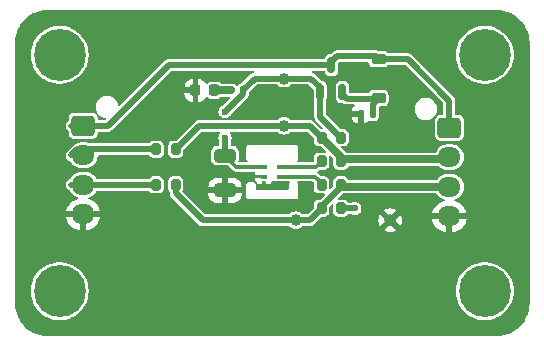
<source format=gtl>
%TF.GenerationSoftware,KiCad,Pcbnew,8.0.2*%
%TF.CreationDate,2024-12-26T16:21:06-05:00*%
%TF.ProjectId,Temp and Humidity Sensor,54656d70-2061-46e6-9420-48756d696469,rev?*%
%TF.SameCoordinates,Original*%
%TF.FileFunction,Copper,L1,Top*%
%TF.FilePolarity,Positive*%
%FSLAX46Y46*%
G04 Gerber Fmt 4.6, Leading zero omitted, Abs format (unit mm)*
G04 Created by KiCad (PCBNEW 8.0.2) date 2024-12-26 16:21:06*
%MOMM*%
%LPD*%
G01*
G04 APERTURE LIST*
G04 Aperture macros list*
%AMRoundRect*
0 Rectangle with rounded corners*
0 $1 Rounding radius*
0 $2 $3 $4 $5 $6 $7 $8 $9 X,Y pos of 4 corners*
0 Add a 4 corners polygon primitive as box body*
4,1,4,$2,$3,$4,$5,$6,$7,$8,$9,$2,$3,0*
0 Add four circle primitives for the rounded corners*
1,1,$1+$1,$2,$3*
1,1,$1+$1,$4,$5*
1,1,$1+$1,$6,$7*
1,1,$1+$1,$8,$9*
0 Add four rect primitives between the rounded corners*
20,1,$1+$1,$2,$3,$4,$5,0*
20,1,$1+$1,$4,$5,$6,$7,0*
20,1,$1+$1,$6,$7,$8,$9,0*
20,1,$1+$1,$8,$9,$2,$3,0*%
G04 Aperture macros list end*
%TA.AperFunction,SMDPad,CuDef*%
%ADD10RoundRect,0.218750X-0.218750X-0.256250X0.218750X-0.256250X0.218750X0.256250X-0.218750X0.256250X0*%
%TD*%
%TA.AperFunction,ComponentPad*%
%ADD11C,4.400000*%
%TD*%
%TA.AperFunction,SMDPad,CuDef*%
%ADD12RoundRect,0.200000X0.200000X0.275000X-0.200000X0.275000X-0.200000X-0.275000X0.200000X-0.275000X0*%
%TD*%
%TA.AperFunction,SMDPad,CuDef*%
%ADD13RoundRect,0.250000X-0.650000X0.325000X-0.650000X-0.325000X0.650000X-0.325000X0.650000X0.325000X0*%
%TD*%
%TA.AperFunction,SMDPad,CuDef*%
%ADD14RoundRect,0.200000X-0.200000X-0.275000X0.200000X-0.275000X0.200000X0.275000X-0.200000X0.275000X0*%
%TD*%
%TA.AperFunction,SMDPad,CuDef*%
%ADD15RoundRect,0.225000X-0.375000X0.225000X-0.375000X-0.225000X0.375000X-0.225000X0.375000X0.225000X0*%
%TD*%
%TA.AperFunction,SMDPad,CuDef*%
%ADD16RoundRect,0.135000X-0.135000X-0.185000X0.135000X-0.185000X0.135000X0.185000X-0.135000X0.185000X0*%
%TD*%
%TA.AperFunction,SMDPad,CuDef*%
%ADD17RoundRect,0.150000X0.150000X-0.512500X0.150000X0.512500X-0.150000X0.512500X-0.150000X-0.512500X0*%
%TD*%
%TA.AperFunction,SMDPad,CuDef*%
%ADD18C,1.000000*%
%TD*%
%TA.AperFunction,ComponentPad*%
%ADD19RoundRect,0.250000X-0.725000X0.600000X-0.725000X-0.600000X0.725000X-0.600000X0.725000X0.600000X0*%
%TD*%
%TA.AperFunction,ComponentPad*%
%ADD20O,1.950000X1.700000*%
%TD*%
%TA.AperFunction,SMDPad,CuDef*%
%ADD21RoundRect,0.135000X0.135000X0.185000X-0.135000X0.185000X-0.135000X-0.185000X0.135000X-0.185000X0*%
%TD*%
%TA.AperFunction,SMDPad,CuDef*%
%ADD22R,0.500000X0.300000*%
%TD*%
%TA.AperFunction,ViaPad*%
%ADD23C,0.600000*%
%TD*%
%TA.AperFunction,Conductor*%
%ADD24C,0.500000*%
%TD*%
%TA.AperFunction,Conductor*%
%ADD25C,0.200000*%
%TD*%
%TA.AperFunction,Conductor*%
%ADD26C,0.300000*%
%TD*%
%TA.AperFunction,Conductor*%
%ADD27C,0.635000*%
%TD*%
G04 APERTURE END LIST*
D10*
%TO.P,D2,1,K*%
%TO.N,GND*%
X120502500Y-43000000D03*
%TO.P,D2,2,A*%
%TO.N,Net-(D2-A)*%
X122077500Y-43000000D03*
%TD*%
D11*
%TO.P,H1,1*%
%TO.N,N/C*%
X145000000Y-60000000D03*
%TD*%
D12*
%TO.P,R2,1*%
%TO.N,/I2C_IN.SCL*%
X118825000Y-51000000D03*
%TO.P,R2,2*%
%TO.N,/I2C_OUT.SCL*%
X117175000Y-51000000D03*
%TD*%
%TO.P,R1,1*%
%TO.N,/I2C_IN.SDA*%
X118825000Y-48000000D03*
%TO.P,R1,2*%
%TO.N,/I2C_OUT.SDA*%
X117175000Y-48000000D03*
%TD*%
D13*
%TO.P,C1,1*%
%TO.N,3V3*%
X123000000Y-48525000D03*
%TO.P,C1,2*%
%TO.N,GND*%
X123000000Y-51475000D03*
%TD*%
D14*
%TO.P,R4,1*%
%TO.N,/I2C_IN.SCL*%
X131175000Y-53000000D03*
%TO.P,R4,2*%
%TO.N,3V3*%
X132825000Y-53000000D03*
%TD*%
D15*
%TO.P,D1,1,K*%
%TO.N,VIN*%
X136000000Y-40350000D03*
%TO.P,D1,2,A*%
%TO.N,Net-(D1-A)*%
X136000000Y-43650000D03*
%TD*%
D11*
%TO.P,H3,1*%
%TO.N,N/C*%
X109000000Y-40000000D03*
%TD*%
%TO.P,H4,1*%
%TO.N,N/C*%
X109000000Y-60000000D03*
%TD*%
D16*
%TO.P,R5,1*%
%TO.N,Net-(D2-A)*%
X123490000Y-43000000D03*
%TO.P,R5,2*%
%TO.N,3V3*%
X124510000Y-43000000D03*
%TD*%
D17*
%TO.P,Q1,1,D*%
%TO.N,3V3*%
X131050000Y-43137500D03*
%TO.P,Q1,2,G*%
%TO.N,Net-(D1-A)*%
X132950000Y-43137500D03*
%TO.P,Q1,3,S*%
%TO.N,VIN*%
X132000000Y-40862500D03*
%TD*%
D18*
%TO.P,TP1,1,1*%
%TO.N,3V3*%
X128000000Y-42000000D03*
%TD*%
D14*
%TO.P,R3,1*%
%TO.N,/I2C_IN.SDA*%
X131175000Y-47000000D03*
%TO.P,R3,2*%
%TO.N,3V3*%
X132825000Y-47000000D03*
%TD*%
D18*
%TO.P,TP3,1,1*%
%TO.N,/I2C_IN.SCL*%
X129000000Y-54000000D03*
%TD*%
D14*
%TO.P,R7,1*%
%TO.N,/SCL_R*%
X131175000Y-51000000D03*
%TO.P,R7,2*%
%TO.N,/I2C_IN.SCL*%
X132825000Y-51000000D03*
%TD*%
%TO.P,R6,1*%
%TO.N,/SDA_R*%
X131175000Y-49000000D03*
%TO.P,R6,2*%
%TO.N,/I2C_IN.SDA*%
X132825000Y-49000000D03*
%TD*%
D19*
%TO.P,J2,1,Pin_1*%
%TO.N,VIN*%
X142000000Y-46175000D03*
D20*
%TO.P,J2,2,Pin_2*%
%TO.N,/I2C_IN.SDA*%
X142000000Y-48675000D03*
%TO.P,J2,3,Pin_3*%
%TO.N,/I2C_IN.SCL*%
X142000000Y-51175000D03*
%TO.P,J2,4,Pin_4*%
%TO.N,GND*%
X142000000Y-53675000D03*
%TD*%
D18*
%TO.P,TP4,1,1*%
%TO.N,GND*%
X137000000Y-54000000D03*
%TD*%
%TO.P,TP2,1,1*%
%TO.N,/I2C_IN.SDA*%
X128000000Y-46000000D03*
%TD*%
D21*
%TO.P,R8,1*%
%TO.N,Net-(D1-A)*%
X135510000Y-45000000D03*
%TO.P,R8,2*%
%TO.N,GND*%
X134490000Y-45000000D03*
%TD*%
D11*
%TO.P,H2,1*%
%TO.N,N/C*%
X145000000Y-40000000D03*
%TD*%
D22*
%TO.P,U1,1,SDA*%
%TO.N,/SCL_R*%
X127700000Y-50300000D03*
%TO.P,U1,2,SCL*%
%TO.N,/SDA_R*%
X127700000Y-49500000D03*
%TO.P,U1,3,VDD*%
%TO.N,3V3*%
X126300000Y-49500000D03*
%TO.P,U1,4,VSS*%
%TO.N,GND*%
X126300000Y-50300000D03*
%TD*%
D19*
%TO.P,J1,1,Pin_1*%
%TO.N,VIN*%
X111000000Y-46000000D03*
D20*
%TO.P,J1,2,Pin_2*%
%TO.N,/I2C_OUT.SDA*%
X111000000Y-48500000D03*
%TO.P,J1,3,Pin_3*%
%TO.N,/I2C_OUT.SCL*%
X111000000Y-51000000D03*
%TO.P,J1,4,Pin_4*%
%TO.N,GND*%
X111000000Y-53500000D03*
%TD*%
D23*
%TO.N,3V3*%
X134000000Y-53000000D03*
X123000000Y-47000000D03*
X123000000Y-44800000D03*
%TO.N,GND*%
X132000000Y-39000000D03*
X130000000Y-44000000D03*
X115000000Y-41000000D03*
X136000000Y-57000000D03*
X123000000Y-61000000D03*
X125000000Y-47000000D03*
X114000000Y-39000000D03*
X129000000Y-55000000D03*
X127000000Y-57000000D03*
X148000000Y-60000000D03*
X109000000Y-63000000D03*
X117000000Y-61000000D03*
X119000000Y-43000000D03*
X108000000Y-45000000D03*
X113000000Y-59000000D03*
X131000000Y-59000000D03*
X133000000Y-63000000D03*
X106900000Y-62100000D03*
X106000000Y-55000000D03*
X124000000Y-37000000D03*
X120000000Y-61000000D03*
X135000000Y-61000000D03*
X108000000Y-53000000D03*
X139000000Y-63000000D03*
X123000000Y-53000000D03*
X142000000Y-63000000D03*
X117000000Y-39000000D03*
X116000000Y-59000000D03*
X121000000Y-37000000D03*
X146000000Y-51000000D03*
X108000000Y-57000000D03*
X135000000Y-55000000D03*
X126000000Y-44000000D03*
X142000000Y-37000000D03*
X106900000Y-37900000D03*
X129000000Y-61000000D03*
X130000000Y-37000000D03*
X123000000Y-39000000D03*
X139000000Y-37000000D03*
X119000000Y-59000000D03*
X135000000Y-39000000D03*
X130000000Y-57000000D03*
X128000000Y-59000000D03*
X127000000Y-37000000D03*
X112000000Y-57000000D03*
X130000000Y-48000000D03*
X106000000Y-60000000D03*
X137000000Y-59000000D03*
X112000000Y-63000000D03*
X120000000Y-39000000D03*
X121000000Y-51000000D03*
X108000000Y-48000000D03*
X123000000Y-55000000D03*
X115000000Y-63000000D03*
X126000000Y-39000000D03*
X112000000Y-41000000D03*
X141000000Y-61000000D03*
X138000000Y-39000000D03*
X120000000Y-55000000D03*
X114000000Y-55000000D03*
X145000000Y-63000000D03*
X140000000Y-59000000D03*
X106000000Y-40000000D03*
X134000000Y-59000000D03*
X118000000Y-57000000D03*
X146000000Y-44000000D03*
X146000000Y-46000000D03*
X121000000Y-63000000D03*
X147100000Y-62100000D03*
X121000000Y-49000000D03*
X133000000Y-37000000D03*
X115000000Y-37000000D03*
X133000000Y-45000000D03*
X106000000Y-50000000D03*
X106000000Y-45000000D03*
X148000000Y-55000000D03*
X128000000Y-44000000D03*
X126000000Y-55000000D03*
X127000000Y-63000000D03*
X122000000Y-59000000D03*
X148000000Y-50000000D03*
X139000000Y-57000000D03*
X124000000Y-57000000D03*
X146000000Y-54000000D03*
X138000000Y-61000000D03*
X132000000Y-55000000D03*
X109000000Y-37000000D03*
X112000000Y-37000000D03*
X117000000Y-55000000D03*
X114000000Y-61000000D03*
X146000000Y-49000000D03*
X110000000Y-43000000D03*
X136000000Y-63000000D03*
X148000000Y-45000000D03*
X121000000Y-57000000D03*
X118000000Y-63000000D03*
X130000000Y-63000000D03*
X145000000Y-37000000D03*
X126000000Y-61000000D03*
X129000000Y-39000000D03*
X148000000Y-40000000D03*
X115000000Y-57000000D03*
X125000000Y-59000000D03*
X132000000Y-61000000D03*
X113000000Y-43000000D03*
X146000000Y-57000000D03*
X147100000Y-37900000D03*
X118000000Y-37000000D03*
X124000000Y-63000000D03*
X141000000Y-39000000D03*
X136000000Y-37000000D03*
X133000000Y-57000000D03*
%TD*%
D24*
%TO.N,3V3*%
X131050000Y-45225000D02*
X131050000Y-43137500D01*
X130300000Y-42000000D02*
X128000000Y-42000000D01*
X123000000Y-48525000D02*
X123000000Y-47000000D01*
X125510000Y-42000000D02*
X124510000Y-43000000D01*
D25*
X123325000Y-48525000D02*
X123000000Y-48525000D01*
D24*
X128000000Y-42000000D02*
X125510000Y-42000000D01*
X131050000Y-43137500D02*
X131050000Y-42750000D01*
D26*
X123975000Y-49500000D02*
X123000000Y-48525000D01*
D24*
X124510000Y-43000000D02*
X124510000Y-43290000D01*
X132825000Y-53000000D02*
X134000000Y-53000000D01*
X124510000Y-43290000D02*
X123000000Y-44800000D01*
X131050000Y-42750000D02*
X130300000Y-42000000D01*
X132825000Y-47000000D02*
X131050000Y-45225000D01*
D26*
X126300000Y-49500000D02*
X123975000Y-49500000D01*
D24*
%TO.N,GND*%
X134490000Y-45000000D02*
X133000000Y-45000000D01*
X123000000Y-53000000D02*
X123000000Y-51475000D01*
%TO.N,VIN*%
X132000000Y-40862500D02*
X132000000Y-40600000D01*
X132500000Y-40100000D02*
X135750000Y-40100000D01*
X135750000Y-40100000D02*
X136000000Y-40350000D01*
X138472056Y-40350000D02*
X136000000Y-40350000D01*
X132000000Y-40862500D02*
X118237500Y-40862500D01*
X142000000Y-46175000D02*
X142000000Y-43877944D01*
X113100000Y-46000000D02*
X110000000Y-46000000D01*
X132000000Y-40600000D02*
X132500000Y-40100000D01*
X118237500Y-40862500D02*
X113100000Y-46000000D01*
X142000000Y-43877944D02*
X138472056Y-40350000D01*
%TO.N,Net-(D1-A)*%
X135510000Y-44140000D02*
X136000000Y-43650000D01*
X135950000Y-43700000D02*
X133306250Y-43700000D01*
X136250000Y-43650000D02*
X136000000Y-43650000D01*
X135510000Y-45000000D02*
X135510000Y-44140000D01*
X133306250Y-43700000D02*
X132950000Y-43343750D01*
X132950000Y-43343750D02*
X132950000Y-43137500D01*
X136000000Y-43650000D02*
X135950000Y-43700000D01*
%TO.N,Net-(D2-A)*%
X122277500Y-43200000D02*
X122077500Y-43000000D01*
D27*
X123490000Y-43000000D02*
X122077500Y-43000000D01*
D24*
%TO.N,/I2C_OUT.SCL*%
X117175000Y-51000000D02*
X110000000Y-51000000D01*
%TO.N,/I2C_OUT.SDA*%
X117175000Y-48000000D02*
X110500000Y-48000000D01*
X110500000Y-48000000D02*
X110000000Y-48500000D01*
%TO.N,/I2C_IN.SCL*%
X132825000Y-51175000D02*
X132825000Y-51000000D01*
D27*
X142000000Y-51175000D02*
X141975000Y-51150000D01*
D24*
X118825000Y-51000000D02*
X118825000Y-51725000D01*
D27*
X141975000Y-51150000D02*
X133125000Y-51150000D01*
D24*
X131175000Y-52825000D02*
X132825000Y-51175000D01*
X118825000Y-51725000D02*
X121100000Y-54000000D01*
X130175000Y-54000000D02*
X131175000Y-53000000D01*
D26*
X131175000Y-52875000D02*
X131175000Y-53000000D01*
D24*
X131175000Y-53000000D02*
X131175000Y-52825000D01*
X121100000Y-54000000D02*
X129000000Y-54000000D01*
D26*
X133000000Y-51175000D02*
X132825000Y-51000000D01*
D24*
X129000000Y-54000000D02*
X130175000Y-54000000D01*
%TO.N,/I2C_IN.SDA*%
X120825000Y-46000000D02*
X128000000Y-46000000D01*
D27*
X132825000Y-48650000D02*
X131175000Y-47000000D01*
X132825000Y-49000000D02*
X132825000Y-48650000D01*
D24*
X118825000Y-48000000D02*
X120825000Y-46000000D01*
D27*
X141825000Y-48850000D02*
X132975000Y-48850000D01*
D24*
X130175000Y-46000000D02*
X128000000Y-46000000D01*
D27*
X142000000Y-48675000D02*
X141825000Y-48850000D01*
X132975000Y-48850000D02*
X132825000Y-49000000D01*
D24*
X131175000Y-47000000D02*
X130175000Y-46000000D01*
D26*
%TO.N,/SDA_R*%
X127700000Y-49500000D02*
X130675000Y-49500000D01*
X130675000Y-49500000D02*
X131175000Y-49000000D01*
%TO.N,/SCL_R*%
X131175000Y-50875000D02*
X131175000Y-51000000D01*
X127700000Y-50300000D02*
X130600000Y-50300000D01*
X130600000Y-50300000D02*
X131175000Y-50875000D01*
%TD*%
%TA.AperFunction,Conductor*%
%TO.N,GND*%
G36*
X127460807Y-46522174D02*
G01*
X127529110Y-46590477D01*
X127529112Y-46590478D01*
X127529113Y-46590479D01*
X127529114Y-46590480D01*
X127656847Y-46670740D01*
X127672310Y-46680456D01*
X127831941Y-46736313D01*
X128000000Y-46755249D01*
X128168059Y-46736313D01*
X128327690Y-46680456D01*
X128470890Y-46590477D01*
X128539193Y-46522174D01*
X128591519Y-46500500D01*
X129937034Y-46500500D01*
X129989360Y-46522174D01*
X130502826Y-47035640D01*
X130524500Y-47087966D01*
X130524500Y-47329266D01*
X130527354Y-47359699D01*
X130527354Y-47359701D01*
X130527355Y-47359704D01*
X130572206Y-47487881D01*
X130572207Y-47487883D01*
X130652846Y-47597146D01*
X130652853Y-47597153D01*
X130762116Y-47677792D01*
X130762118Y-47677793D01*
X130890295Y-47722644D01*
X130890301Y-47722646D01*
X130920734Y-47725500D01*
X131066575Y-47725500D01*
X131118901Y-47747174D01*
X131523521Y-48151794D01*
X131545195Y-48204120D01*
X131523521Y-48256446D01*
X131471195Y-48278120D01*
X131464217Y-48277390D01*
X131464181Y-48277775D01*
X131459701Y-48277354D01*
X131459699Y-48277354D01*
X131429266Y-48274500D01*
X130920734Y-48274500D01*
X130890301Y-48277354D01*
X130890299Y-48277354D01*
X130890295Y-48277355D01*
X130762118Y-48322206D01*
X130762116Y-48322207D01*
X130652853Y-48402846D01*
X130652846Y-48402853D01*
X130572207Y-48512116D01*
X130572206Y-48512118D01*
X130527355Y-48640295D01*
X130527354Y-48640299D01*
X130527354Y-48640301D01*
X130524500Y-48670734D01*
X130524500Y-48670740D01*
X130524500Y-49025500D01*
X130502826Y-49077826D01*
X130450500Y-49099500D01*
X129162702Y-49099500D01*
X129110376Y-49077826D01*
X129088702Y-49025500D01*
X129110376Y-48973174D01*
X129169975Y-48913575D01*
X129169976Y-48913574D01*
X129200500Y-48839882D01*
X129200500Y-47760118D01*
X129184978Y-47722644D01*
X129169977Y-47686428D01*
X129169975Y-47686425D01*
X129113575Y-47630025D01*
X129113571Y-47630022D01*
X129039882Y-47599500D01*
X125039882Y-47599500D01*
X124960118Y-47599500D01*
X124886428Y-47630022D01*
X124830022Y-47686428D01*
X124799500Y-47760116D01*
X124799500Y-48839883D01*
X124830022Y-48913571D01*
X124830025Y-48913575D01*
X124889624Y-48973174D01*
X124911298Y-49025500D01*
X124889624Y-49077826D01*
X124837298Y-49099500D01*
X124197701Y-49099500D01*
X124145375Y-49077826D01*
X124123701Y-49025500D01*
X124128367Y-48999639D01*
X124144091Y-48957483D01*
X124150500Y-48897873D01*
X124150499Y-48152128D01*
X124144091Y-48092517D01*
X124130961Y-48057314D01*
X124093797Y-47957670D01*
X124093796Y-47957669D01*
X124007546Y-47842454D01*
X123921295Y-47777886D01*
X123892330Y-47756203D01*
X123892329Y-47756202D01*
X123757487Y-47705910D01*
X123757484Y-47705909D01*
X123757483Y-47705909D01*
X123727678Y-47702704D01*
X123697874Y-47699500D01*
X123697873Y-47699500D01*
X123574500Y-47699500D01*
X123522174Y-47677826D01*
X123500500Y-47625500D01*
X123500500Y-47244929D01*
X123506132Y-47216613D01*
X123536330Y-47143709D01*
X123555250Y-47000000D01*
X123536330Y-46856291D01*
X123480861Y-46722375D01*
X123401957Y-46619546D01*
X123387299Y-46564842D01*
X123415617Y-46515792D01*
X123460666Y-46500500D01*
X127408481Y-46500500D01*
X127460807Y-46522174D01*
G37*
%TD.AperFunction*%
%TA.AperFunction,Conductor*%
G36*
X146002065Y-36200615D02*
G01*
X146309309Y-36217870D01*
X146317543Y-36218799D01*
X146618855Y-36269993D01*
X146626923Y-36271834D01*
X146920633Y-36356451D01*
X146928447Y-36359185D01*
X147210817Y-36476147D01*
X147218293Y-36479747D01*
X147485784Y-36627584D01*
X147492808Y-36631997D01*
X147742086Y-36808869D01*
X147748554Y-36814028D01*
X147901670Y-36950862D01*
X147976446Y-37017686D01*
X147982313Y-37023553D01*
X148065033Y-37116116D01*
X148185969Y-37251443D01*
X148191132Y-37257915D01*
X148346337Y-37476657D01*
X148368000Y-37507188D01*
X148372415Y-37514215D01*
X148520252Y-37781706D01*
X148523852Y-37789182D01*
X148640810Y-38071543D01*
X148643551Y-38079376D01*
X148728162Y-38373065D01*
X148730008Y-38381156D01*
X148781199Y-38682450D01*
X148782129Y-38690696D01*
X148799384Y-38997934D01*
X148799500Y-39002083D01*
X148799500Y-60997916D01*
X148799384Y-61002065D01*
X148782129Y-61309303D01*
X148781199Y-61317549D01*
X148730008Y-61618843D01*
X148728162Y-61626934D01*
X148643551Y-61920623D01*
X148640810Y-61928456D01*
X148523852Y-62210817D01*
X148520252Y-62218293D01*
X148372415Y-62485784D01*
X148368000Y-62492811D01*
X148191138Y-62742076D01*
X148185963Y-62748564D01*
X147982313Y-62976446D01*
X147976446Y-62982313D01*
X147748564Y-63185963D01*
X147742076Y-63191138D01*
X147492811Y-63368000D01*
X147485784Y-63372415D01*
X147218293Y-63520252D01*
X147210817Y-63523852D01*
X146928456Y-63640810D01*
X146920623Y-63643551D01*
X146626934Y-63728162D01*
X146618843Y-63730008D01*
X146317549Y-63781199D01*
X146309303Y-63782129D01*
X146002066Y-63799384D01*
X145997917Y-63799500D01*
X108002083Y-63799500D01*
X107997934Y-63799384D01*
X107690696Y-63782129D01*
X107682450Y-63781199D01*
X107381156Y-63730008D01*
X107373065Y-63728162D01*
X107079376Y-63643551D01*
X107071543Y-63640810D01*
X106789182Y-63523852D01*
X106781706Y-63520252D01*
X106514215Y-63372415D01*
X106507188Y-63368000D01*
X106363715Y-63266201D01*
X106257915Y-63191132D01*
X106251443Y-63185969D01*
X106062260Y-63016904D01*
X106023553Y-62982313D01*
X106017686Y-62976446D01*
X105950862Y-62901670D01*
X105814028Y-62748554D01*
X105808869Y-62742086D01*
X105631997Y-62492808D01*
X105627584Y-62485784D01*
X105610565Y-62454991D01*
X105479747Y-62218293D01*
X105476147Y-62210817D01*
X105450347Y-62148531D01*
X105359185Y-61928447D01*
X105356451Y-61920633D01*
X105271834Y-61626923D01*
X105269993Y-61618855D01*
X105218799Y-61317543D01*
X105217870Y-61309303D01*
X105200616Y-61002065D01*
X105200500Y-60997916D01*
X105200500Y-59999999D01*
X106544655Y-59999999D01*
X106544655Y-60000000D01*
X106564015Y-60307726D01*
X106564018Y-60307749D01*
X106621793Y-60610616D01*
X106621797Y-60610632D01*
X106717074Y-60903864D01*
X106717076Y-60903870D01*
X106848365Y-61182872D01*
X107013580Y-61443211D01*
X107013583Y-61443215D01*
X107013584Y-61443216D01*
X107210131Y-61680799D01*
X107434904Y-61891876D01*
X107684360Y-62073116D01*
X107954565Y-62221663D01*
X108152858Y-62300172D01*
X108241249Y-62335169D01*
X108241253Y-62335171D01*
X108241257Y-62335172D01*
X108539914Y-62411854D01*
X108845828Y-62450500D01*
X108845829Y-62450500D01*
X109154171Y-62450500D01*
X109154172Y-62450500D01*
X109460086Y-62411854D01*
X109758743Y-62335172D01*
X110045435Y-62221663D01*
X110315640Y-62073116D01*
X110565096Y-61891876D01*
X110789869Y-61680799D01*
X110986416Y-61443216D01*
X111151635Y-61182871D01*
X111282922Y-60903873D01*
X111378206Y-60610619D01*
X111435984Y-60307736D01*
X111455345Y-60000000D01*
X111455345Y-59999999D01*
X142544655Y-59999999D01*
X142544655Y-60000000D01*
X142564015Y-60307726D01*
X142564018Y-60307749D01*
X142621793Y-60610616D01*
X142621797Y-60610632D01*
X142717074Y-60903864D01*
X142717076Y-60903870D01*
X142848365Y-61182872D01*
X143013580Y-61443211D01*
X143013583Y-61443215D01*
X143013584Y-61443216D01*
X143210131Y-61680799D01*
X143434904Y-61891876D01*
X143684360Y-62073116D01*
X143954565Y-62221663D01*
X144152858Y-62300172D01*
X144241249Y-62335169D01*
X144241253Y-62335171D01*
X144241257Y-62335172D01*
X144539914Y-62411854D01*
X144845828Y-62450500D01*
X144845829Y-62450500D01*
X145154171Y-62450500D01*
X145154172Y-62450500D01*
X145460086Y-62411854D01*
X145758743Y-62335172D01*
X146045435Y-62221663D01*
X146315640Y-62073116D01*
X146565096Y-61891876D01*
X146789869Y-61680799D01*
X146986416Y-61443216D01*
X147151635Y-61182871D01*
X147282922Y-60903873D01*
X147378206Y-60610619D01*
X147435984Y-60307736D01*
X147455345Y-60000000D01*
X147435984Y-59692264D01*
X147378206Y-59389381D01*
X147378203Y-59389374D01*
X147378202Y-59389367D01*
X147282925Y-59096135D01*
X147282923Y-59096129D01*
X147151634Y-58817127D01*
X146986419Y-58556788D01*
X146789868Y-58319200D01*
X146771757Y-58302193D01*
X146565096Y-58108124D01*
X146565092Y-58108121D01*
X146565091Y-58108120D01*
X146315645Y-57926887D01*
X146045435Y-57778337D01*
X146045428Y-57778334D01*
X145758750Y-57664830D01*
X145758746Y-57664828D01*
X145460086Y-57588146D01*
X145460075Y-57588144D01*
X145154179Y-57549500D01*
X145154172Y-57549500D01*
X144845828Y-57549500D01*
X144845820Y-57549500D01*
X144539924Y-57588144D01*
X144539913Y-57588146D01*
X144241253Y-57664828D01*
X144241249Y-57664830D01*
X143954571Y-57778334D01*
X143954564Y-57778337D01*
X143684354Y-57926887D01*
X143434908Y-58108120D01*
X143210131Y-58319200D01*
X143013580Y-58556788D01*
X142848365Y-58817127D01*
X142717076Y-59096129D01*
X142717074Y-59096135D01*
X142621797Y-59389367D01*
X142621793Y-59389383D01*
X142564018Y-59692250D01*
X142564015Y-59692273D01*
X142544655Y-59999999D01*
X111455345Y-59999999D01*
X111435984Y-59692264D01*
X111378206Y-59389381D01*
X111378203Y-59389374D01*
X111378202Y-59389367D01*
X111282925Y-59096135D01*
X111282923Y-59096129D01*
X111151634Y-58817127D01*
X110986419Y-58556788D01*
X110789868Y-58319200D01*
X110771757Y-58302193D01*
X110565096Y-58108124D01*
X110565092Y-58108121D01*
X110565091Y-58108120D01*
X110315645Y-57926887D01*
X110045435Y-57778337D01*
X110045428Y-57778334D01*
X109758750Y-57664830D01*
X109758746Y-57664828D01*
X109460086Y-57588146D01*
X109460075Y-57588144D01*
X109154179Y-57549500D01*
X109154172Y-57549500D01*
X108845828Y-57549500D01*
X108845820Y-57549500D01*
X108539924Y-57588144D01*
X108539913Y-57588146D01*
X108241253Y-57664828D01*
X108241249Y-57664830D01*
X107954571Y-57778334D01*
X107954564Y-57778337D01*
X107684354Y-57926887D01*
X107434908Y-58108120D01*
X107210131Y-58319200D01*
X107013580Y-58556788D01*
X106848365Y-58817127D01*
X106717076Y-59096129D01*
X106717074Y-59096135D01*
X106621797Y-59389367D01*
X106621793Y-59389383D01*
X106564018Y-59692250D01*
X106564015Y-59692273D01*
X106544655Y-59999999D01*
X105200500Y-59999999D01*
X105200500Y-54862076D01*
X136491476Y-54862076D01*
X136615462Y-54928348D01*
X136803964Y-54985530D01*
X137000000Y-55004838D01*
X137196035Y-54985530D01*
X137384536Y-54928348D01*
X137384541Y-54928346D01*
X137508522Y-54862076D01*
X137000000Y-54353553D01*
X136491476Y-54862076D01*
X105200500Y-54862076D01*
X105200500Y-50934105D01*
X109499500Y-50934105D01*
X109499500Y-51065894D01*
X109533606Y-51193181D01*
X109533607Y-51193184D01*
X109533608Y-51193186D01*
X109599500Y-51307314D01*
X109692686Y-51400500D01*
X109806814Y-51466392D01*
X109856873Y-51479804D01*
X109901806Y-51514283D01*
X109903655Y-51517688D01*
X109933767Y-51576787D01*
X110007152Y-51677793D01*
X110035586Y-51716928D01*
X110158072Y-51839414D01*
X110158075Y-51839416D01*
X110158076Y-51839417D01*
X110298212Y-51941232D01*
X110452553Y-52019872D01*
X110452557Y-52019874D01*
X110540510Y-52048452D01*
X110583578Y-52085235D01*
X110588021Y-52141697D01*
X110551238Y-52184765D01*
X110540510Y-52189208D01*
X110356783Y-52248904D01*
X110356778Y-52248906D01*
X110167449Y-52345375D01*
X110167443Y-52345378D01*
X109995538Y-52470274D01*
X109845274Y-52620538D01*
X109720378Y-52792443D01*
X109720375Y-52792449D01*
X109623906Y-52981778D01*
X109623904Y-52981782D01*
X109558244Y-53183863D01*
X109558241Y-53183877D01*
X109547769Y-53250000D01*
X110595854Y-53250000D01*
X110557370Y-53316657D01*
X110525000Y-53437465D01*
X110525000Y-53562535D01*
X110557370Y-53683343D01*
X110595854Y-53750000D01*
X109547769Y-53750000D01*
X109558241Y-53816122D01*
X109558244Y-53816136D01*
X109623904Y-54018217D01*
X109623906Y-54018221D01*
X109720375Y-54207550D01*
X109720378Y-54207556D01*
X109845274Y-54379461D01*
X109845283Y-54379471D01*
X109995529Y-54529717D01*
X109995538Y-54529725D01*
X110167443Y-54654621D01*
X110167449Y-54654624D01*
X110356778Y-54751093D01*
X110356782Y-54751095D01*
X110558863Y-54816755D01*
X110558876Y-54816758D01*
X110749998Y-54847029D01*
X110750000Y-54847028D01*
X110750000Y-53904145D01*
X110816657Y-53942630D01*
X110937465Y-53975000D01*
X111062535Y-53975000D01*
X111183343Y-53942630D01*
X111250000Y-53904145D01*
X111250000Y-54847028D01*
X111250001Y-54847029D01*
X111441123Y-54816758D01*
X111441136Y-54816755D01*
X111643217Y-54751095D01*
X111643221Y-54751093D01*
X111832550Y-54654624D01*
X111832556Y-54654621D01*
X112004461Y-54529725D01*
X112004471Y-54529717D01*
X112154717Y-54379471D01*
X112154725Y-54379461D01*
X112279621Y-54207556D01*
X112279624Y-54207550D01*
X112376093Y-54018221D01*
X112376095Y-54018217D01*
X112441755Y-53816136D01*
X112441758Y-53816122D01*
X112452231Y-53750000D01*
X111404146Y-53750000D01*
X111442630Y-53683343D01*
X111475000Y-53562535D01*
X111475000Y-53437465D01*
X111442630Y-53316657D01*
X111404146Y-53250000D01*
X112452230Y-53250000D01*
X112441758Y-53183877D01*
X112441755Y-53183863D01*
X112376095Y-52981782D01*
X112376093Y-52981778D01*
X112279624Y-52792449D01*
X112279621Y-52792443D01*
X112154725Y-52620538D01*
X112154717Y-52620529D01*
X112004471Y-52470283D01*
X112004461Y-52470274D01*
X111832556Y-52345378D01*
X111832550Y-52345375D01*
X111643221Y-52248906D01*
X111643217Y-52248904D01*
X111459489Y-52189208D01*
X111416422Y-52152425D01*
X111411978Y-52095963D01*
X111448761Y-52052896D01*
X111459489Y-52048452D01*
X111547442Y-52019874D01*
X111547442Y-52019873D01*
X111547445Y-52019873D01*
X111701788Y-51941232D01*
X111841928Y-51839414D01*
X111964414Y-51716928D01*
X112066232Y-51576788D01*
X112084515Y-51540905D01*
X112127582Y-51504122D01*
X112150450Y-51500500D01*
X116544162Y-51500500D01*
X116596488Y-51522174D01*
X116603702Y-51530557D01*
X116652849Y-51597149D01*
X116652853Y-51597153D01*
X116762116Y-51677792D01*
X116762118Y-51677793D01*
X116890295Y-51722644D01*
X116890301Y-51722646D01*
X116920734Y-51725500D01*
X116920741Y-51725500D01*
X117429258Y-51725500D01*
X117429266Y-51725500D01*
X117459699Y-51722646D01*
X117587882Y-51677793D01*
X117697150Y-51597150D01*
X117777793Y-51487882D01*
X117822646Y-51359699D01*
X117825500Y-51329266D01*
X117825500Y-50670734D01*
X117822646Y-50640301D01*
X117807918Y-50598212D01*
X117777793Y-50512118D01*
X117777792Y-50512116D01*
X117697153Y-50402853D01*
X117697146Y-50402846D01*
X117587883Y-50322207D01*
X117587881Y-50322206D01*
X117459704Y-50277355D01*
X117459705Y-50277355D01*
X117459700Y-50277354D01*
X117459699Y-50277354D01*
X117429266Y-50274500D01*
X116920734Y-50274500D01*
X116890301Y-50277354D01*
X116890299Y-50277354D01*
X116890295Y-50277355D01*
X116762118Y-50322206D01*
X116762116Y-50322207D01*
X116652853Y-50402846D01*
X116652849Y-50402850D01*
X116603702Y-50469443D01*
X116555191Y-50498673D01*
X116544162Y-50499500D01*
X112150450Y-50499500D01*
X112098124Y-50477826D01*
X112084515Y-50459095D01*
X112066232Y-50423211D01*
X111964417Y-50283076D01*
X111964416Y-50283075D01*
X111964414Y-50283072D01*
X111841928Y-50160586D01*
X111841925Y-50160583D01*
X111841923Y-50160582D01*
X111701787Y-50058767D01*
X111547446Y-49980127D01*
X111547442Y-49980125D01*
X111382711Y-49926600D01*
X111382698Y-49926597D01*
X111211612Y-49899500D01*
X111211611Y-49899500D01*
X110788389Y-49899500D01*
X110788388Y-49899500D01*
X110617301Y-49926597D01*
X110617288Y-49926600D01*
X110452557Y-49980125D01*
X110452553Y-49980127D01*
X110298212Y-50058767D01*
X110158076Y-50160582D01*
X110035582Y-50283076D01*
X109933767Y-50423212D01*
X109933764Y-50423216D01*
X109903654Y-50482312D01*
X109860587Y-50519094D01*
X109856873Y-50520194D01*
X109806817Y-50533606D01*
X109806812Y-50533608D01*
X109692685Y-50599500D01*
X109599500Y-50692685D01*
X109533610Y-50806809D01*
X109533606Y-50806818D01*
X109499500Y-50934105D01*
X105200500Y-50934105D01*
X105200500Y-48434105D01*
X109499500Y-48434105D01*
X109499500Y-48565894D01*
X109533606Y-48693181D01*
X109533610Y-48693190D01*
X109573113Y-48761611D01*
X109599500Y-48807314D01*
X109692686Y-48900500D01*
X109806814Y-48966392D01*
X109856873Y-48979804D01*
X109901806Y-49014283D01*
X109903655Y-49017688D01*
X109933767Y-49076787D01*
X110028769Y-49207546D01*
X110035586Y-49216928D01*
X110158072Y-49339414D01*
X110158075Y-49339416D01*
X110158076Y-49339417D01*
X110298212Y-49441232D01*
X110452553Y-49519872D01*
X110452557Y-49519874D01*
X110617288Y-49573399D01*
X110617294Y-49573400D01*
X110617299Y-49573402D01*
X110731359Y-49591467D01*
X110788388Y-49600500D01*
X110788389Y-49600500D01*
X111211612Y-49600500D01*
X111254383Y-49593725D01*
X111382701Y-49573402D01*
X111382708Y-49573399D01*
X111382711Y-49573399D01*
X111547442Y-49519874D01*
X111547442Y-49519873D01*
X111547445Y-49519873D01*
X111701788Y-49441232D01*
X111841928Y-49339414D01*
X111964414Y-49216928D01*
X112066232Y-49076788D01*
X112144873Y-48922445D01*
X112183757Y-48802773D01*
X112198399Y-48757711D01*
X112198399Y-48757708D01*
X112198402Y-48757701D01*
X112225500Y-48586611D01*
X112225500Y-48574500D01*
X112247174Y-48522174D01*
X112299500Y-48500500D01*
X116544162Y-48500500D01*
X116596488Y-48522174D01*
X116603702Y-48530557D01*
X116652849Y-48597149D01*
X116652853Y-48597153D01*
X116762116Y-48677792D01*
X116762118Y-48677793D01*
X116890295Y-48722644D01*
X116890301Y-48722646D01*
X116920734Y-48725500D01*
X116920741Y-48725500D01*
X117429258Y-48725500D01*
X117429266Y-48725500D01*
X117459699Y-48722646D01*
X117587882Y-48677793D01*
X117697150Y-48597150D01*
X117777793Y-48487882D01*
X117822646Y-48359699D01*
X117825500Y-48329266D01*
X117825500Y-47670734D01*
X117822646Y-47640301D01*
X117807545Y-47597146D01*
X117777793Y-47512118D01*
X117777792Y-47512116D01*
X117697153Y-47402853D01*
X117697146Y-47402846D01*
X117587883Y-47322207D01*
X117587881Y-47322206D01*
X117459704Y-47277355D01*
X117459705Y-47277355D01*
X117459700Y-47277354D01*
X117459699Y-47277354D01*
X117429266Y-47274500D01*
X116920734Y-47274500D01*
X116890301Y-47277354D01*
X116890299Y-47277354D01*
X116890295Y-47277355D01*
X116762118Y-47322206D01*
X116762116Y-47322207D01*
X116652853Y-47402846D01*
X116652849Y-47402850D01*
X116603702Y-47469443D01*
X116555191Y-47498673D01*
X116544162Y-47499500D01*
X111603234Y-47499500D01*
X111569639Y-47491435D01*
X111547446Y-47480127D01*
X111547442Y-47480125D01*
X111382711Y-47426600D01*
X111382698Y-47426597D01*
X111211612Y-47399500D01*
X111211611Y-47399500D01*
X110788389Y-47399500D01*
X110788388Y-47399500D01*
X110617301Y-47426597D01*
X110617288Y-47426600D01*
X110452560Y-47480124D01*
X110452550Y-47480129D01*
X110399748Y-47507032D01*
X110385307Y-47512575D01*
X110306817Y-47533606D01*
X110306812Y-47533608D01*
X110192685Y-47599500D01*
X109599500Y-48192685D01*
X109533610Y-48306809D01*
X109533606Y-48306818D01*
X109499500Y-48434105D01*
X105200500Y-48434105D01*
X105200500Y-45934105D01*
X109499500Y-45934105D01*
X109499500Y-46065894D01*
X109533606Y-46193181D01*
X109533610Y-46193190D01*
X109582203Y-46277355D01*
X109599500Y-46307314D01*
X109692686Y-46400500D01*
X109696762Y-46402853D01*
X109737500Y-46426373D01*
X109771978Y-46471306D01*
X109774500Y-46490459D01*
X109774500Y-46647872D01*
X109780909Y-46707485D01*
X109831202Y-46842329D01*
X109831203Y-46842330D01*
X109831204Y-46842331D01*
X109917454Y-46957546D01*
X110021774Y-47035640D01*
X110032669Y-47043796D01*
X110032670Y-47043797D01*
X110143605Y-47085172D01*
X110167517Y-47094091D01*
X110227127Y-47100500D01*
X111772872Y-47100499D01*
X111832483Y-47094091D01*
X111899907Y-47068943D01*
X111967329Y-47043797D01*
X111967329Y-47043796D01*
X111967331Y-47043796D01*
X112082546Y-46957546D01*
X112168796Y-46842331D01*
X112176054Y-46822873D01*
X112213536Y-46722376D01*
X112219091Y-46707483D01*
X112225500Y-46647873D01*
X112225500Y-46574500D01*
X112247174Y-46522174D01*
X112299500Y-46500500D01*
X113165894Y-46500500D01*
X113165894Y-46500499D01*
X113293186Y-46466392D01*
X113407314Y-46400500D01*
X116503673Y-43304140D01*
X119565001Y-43304140D01*
X119575057Y-43402585D01*
X119627906Y-43562073D01*
X119716112Y-43705078D01*
X119834921Y-43823887D01*
X119977926Y-43912093D01*
X120137414Y-43964942D01*
X120235861Y-43974998D01*
X120252500Y-43974998D01*
X120252500Y-43250000D01*
X119565001Y-43250000D01*
X119565001Y-43304140D01*
X116503673Y-43304140D01*
X117111953Y-42695860D01*
X119565000Y-42695860D01*
X119565000Y-42750000D01*
X120252500Y-42750000D01*
X120252500Y-42024999D01*
X120252499Y-42024999D01*
X120235867Y-42025000D01*
X120235857Y-42025001D01*
X120137414Y-42035057D01*
X119977926Y-42087906D01*
X119834921Y-42176112D01*
X119716112Y-42294921D01*
X119627906Y-42437926D01*
X119575057Y-42597414D01*
X119565000Y-42695860D01*
X117111953Y-42695860D01*
X118423139Y-41384673D01*
X118475465Y-41363000D01*
X125391446Y-41363000D01*
X125443772Y-41384674D01*
X125465446Y-41437000D01*
X125443772Y-41489326D01*
X125410599Y-41508478D01*
X125316818Y-41533606D01*
X125316809Y-41533610D01*
X125202685Y-41599500D01*
X124394360Y-42407826D01*
X124342034Y-42429500D01*
X124338413Y-42429500D01*
X124263481Y-42440418D01*
X124147897Y-42496924D01*
X124052588Y-42592234D01*
X124050021Y-42589667D01*
X124012090Y-42613280D01*
X123956926Y-42600446D01*
X123948063Y-42591583D01*
X123947412Y-42592234D01*
X123852102Y-42496924D01*
X123736518Y-42440418D01*
X123661586Y-42429500D01*
X123661582Y-42429500D01*
X123318418Y-42429500D01*
X123318412Y-42429500D01*
X123306565Y-42431227D01*
X123295896Y-42432000D01*
X122685596Y-42432000D01*
X122635914Y-42411424D01*
X122635708Y-42411700D01*
X122634627Y-42410891D01*
X122633275Y-42410331D01*
X122631474Y-42408530D01*
X122631472Y-42408529D01*
X122631472Y-42408528D01*
X122523450Y-42327664D01*
X122523449Y-42327663D01*
X122523448Y-42327662D01*
X122397026Y-42280510D01*
X122397023Y-42280509D01*
X122397022Y-42280509D01*
X122369076Y-42277504D01*
X122341131Y-42274500D01*
X122341130Y-42274500D01*
X121813870Y-42274500D01*
X121813869Y-42274500D01*
X121757978Y-42280509D01*
X121757973Y-42280510D01*
X121631551Y-42327662D01*
X121631550Y-42327663D01*
X121523528Y-42408528D01*
X121523527Y-42408529D01*
X121498451Y-42442026D01*
X121449742Y-42470925D01*
X121394864Y-42456917D01*
X121376229Y-42436526D01*
X121288887Y-42294921D01*
X121170078Y-42176112D01*
X121027073Y-42087906D01*
X120867585Y-42035057D01*
X120769139Y-42025000D01*
X120752500Y-42025000D01*
X120752500Y-43974999D01*
X120769135Y-43974999D01*
X120769140Y-43974998D01*
X120867585Y-43964942D01*
X121027073Y-43912093D01*
X121170078Y-43823887D01*
X121288887Y-43705078D01*
X121376229Y-43563473D01*
X121422146Y-43530316D01*
X121478060Y-43539338D01*
X121498451Y-43557973D01*
X121523528Y-43591472D01*
X121616440Y-43661025D01*
X121631550Y-43672336D01*
X121631551Y-43672337D01*
X121719335Y-43705078D01*
X121757978Y-43719491D01*
X121808443Y-43724916D01*
X121813869Y-43725500D01*
X121813870Y-43725500D01*
X122341131Y-43725500D01*
X122346076Y-43724968D01*
X122397022Y-43719491D01*
X122490151Y-43684756D01*
X122523448Y-43672337D01*
X122523448Y-43672336D01*
X122523450Y-43672336D01*
X122631472Y-43591472D01*
X122631474Y-43591468D01*
X122633275Y-43589669D01*
X122634627Y-43589108D01*
X122635708Y-43588300D01*
X122635914Y-43588575D01*
X122685596Y-43568000D01*
X123295896Y-43568000D01*
X123306564Y-43568772D01*
X123318418Y-43570500D01*
X123343034Y-43570500D01*
X123395360Y-43592174D01*
X123417034Y-43644500D01*
X123395360Y-43696826D01*
X122819284Y-44272900D01*
X122795277Y-44288941D01*
X122722374Y-44319139D01*
X122607379Y-44407379D01*
X122519138Y-44522376D01*
X122463669Y-44656291D01*
X122444750Y-44800000D01*
X122463669Y-44943708D01*
X122517845Y-45074501D01*
X122519139Y-45077625D01*
X122607379Y-45192621D01*
X122722375Y-45280861D01*
X122856291Y-45336330D01*
X122976325Y-45352133D01*
X122998137Y-45364726D01*
X123023674Y-45352133D01*
X123143709Y-45336330D01*
X123277625Y-45280861D01*
X123392621Y-45192621D01*
X123480861Y-45077625D01*
X123511058Y-45004718D01*
X123527094Y-44980718D01*
X124910499Y-43597315D01*
X124913873Y-43591472D01*
X124976392Y-43483186D01*
X124996098Y-43409642D01*
X125010500Y-43355893D01*
X125010500Y-43332215D01*
X125018021Y-43299711D01*
X125018041Y-43299668D01*
X125019582Y-43296518D01*
X125030500Y-43221582D01*
X125030500Y-43217966D01*
X125052174Y-43165640D01*
X125695640Y-42522174D01*
X125747966Y-42500500D01*
X127408481Y-42500500D01*
X127460807Y-42522174D01*
X127529110Y-42590477D01*
X127529112Y-42590478D01*
X127529113Y-42590479D01*
X127529114Y-42590480D01*
X127612664Y-42642978D01*
X127672310Y-42680456D01*
X127831941Y-42736313D01*
X128000000Y-42755249D01*
X128168059Y-42736313D01*
X128327690Y-42680456D01*
X128470890Y-42590477D01*
X128539193Y-42522174D01*
X128591519Y-42500500D01*
X130062034Y-42500500D01*
X130114360Y-42522174D01*
X130477826Y-42885640D01*
X130499500Y-42937966D01*
X130499500Y-43681519D01*
X130514353Y-43775302D01*
X130514353Y-43775303D01*
X130514354Y-43775304D01*
X130533078Y-43812052D01*
X130541434Y-43828450D01*
X130549500Y-43862046D01*
X130549500Y-45290894D01*
X130583606Y-45418181D01*
X130583610Y-45418190D01*
X130649500Y-45532314D01*
X131265360Y-46148174D01*
X131287034Y-46200500D01*
X131265360Y-46252826D01*
X131213034Y-46274500D01*
X131187966Y-46274500D01*
X131135640Y-46252826D01*
X130482314Y-45599500D01*
X130368190Y-45533610D01*
X130368181Y-45533606D01*
X130240894Y-45499500D01*
X130240892Y-45499500D01*
X128591519Y-45499500D01*
X128539193Y-45477826D01*
X128528879Y-45467512D01*
X128470890Y-45409523D01*
X128470887Y-45409521D01*
X128470886Y-45409520D01*
X128470885Y-45409519D01*
X128327691Y-45319544D01*
X128168067Y-45263689D01*
X128168059Y-45263687D01*
X128000000Y-45244751D01*
X127831940Y-45263687D01*
X127831932Y-45263689D01*
X127672308Y-45319544D01*
X127529114Y-45409519D01*
X127460807Y-45477826D01*
X127408481Y-45499500D01*
X123033334Y-45499500D01*
X123003306Y-45487062D01*
X122966666Y-45499500D01*
X120759105Y-45499500D01*
X120631817Y-45533606D01*
X120631812Y-45533608D01*
X120517685Y-45599500D01*
X118864360Y-47252826D01*
X118812034Y-47274500D01*
X118570734Y-47274500D01*
X118540301Y-47277354D01*
X118540299Y-47277354D01*
X118540295Y-47277355D01*
X118412118Y-47322206D01*
X118412116Y-47322207D01*
X118302853Y-47402846D01*
X118302846Y-47402853D01*
X118222207Y-47512116D01*
X118222206Y-47512118D01*
X118177355Y-47640295D01*
X118177354Y-47640299D01*
X118177354Y-47640301D01*
X118174500Y-47670734D01*
X118174500Y-48329266D01*
X118177354Y-48359699D01*
X118177354Y-48359701D01*
X118177355Y-48359704D01*
X118222206Y-48487881D01*
X118222207Y-48487883D01*
X118302846Y-48597146D01*
X118302853Y-48597153D01*
X118412116Y-48677792D01*
X118412118Y-48677793D01*
X118540295Y-48722644D01*
X118540301Y-48722646D01*
X118570734Y-48725500D01*
X118570741Y-48725500D01*
X119079258Y-48725500D01*
X119079266Y-48725500D01*
X119109699Y-48722646D01*
X119237882Y-48677793D01*
X119347150Y-48597150D01*
X119427793Y-48487882D01*
X119472646Y-48359699D01*
X119475500Y-48329266D01*
X119475500Y-48087966D01*
X119497174Y-48035640D01*
X121010640Y-46522174D01*
X121062966Y-46500500D01*
X122539334Y-46500500D01*
X122591660Y-46522174D01*
X122613334Y-46574500D01*
X122598043Y-46619545D01*
X122551306Y-46680455D01*
X122519138Y-46722376D01*
X122463669Y-46856291D01*
X122444750Y-47000000D01*
X122463669Y-47143706D01*
X122463669Y-47143708D01*
X122463670Y-47143709D01*
X122493867Y-47216613D01*
X122499500Y-47244929D01*
X122499500Y-47625500D01*
X122477826Y-47677826D01*
X122425501Y-47699500D01*
X122302127Y-47699500D01*
X122242514Y-47705909D01*
X122107670Y-47756202D01*
X122107669Y-47756203D01*
X121992454Y-47842454D01*
X121906203Y-47957669D01*
X121906202Y-47957670D01*
X121855910Y-48092512D01*
X121855909Y-48092517D01*
X121849500Y-48152126D01*
X121849500Y-48897873D01*
X121855909Y-48957485D01*
X121906202Y-49092329D01*
X121906203Y-49092330D01*
X121906204Y-49092331D01*
X121992454Y-49207546D01*
X122051554Y-49251788D01*
X122107669Y-49293796D01*
X122107670Y-49293797D01*
X122202750Y-49329259D01*
X122242517Y-49344091D01*
X122302127Y-49350500D01*
X123228454Y-49350499D01*
X123280780Y-49372173D01*
X123729087Y-49820480D01*
X123820412Y-49873207D01*
X123922273Y-49900500D01*
X125502831Y-49900500D01*
X125555157Y-49922174D01*
X125576831Y-49974500D01*
X125572165Y-50000360D01*
X125556403Y-50042619D01*
X125556402Y-50042624D01*
X125550000Y-50102171D01*
X125550000Y-50150000D01*
X126250000Y-50150000D01*
X126376000Y-50150000D01*
X126428326Y-50171674D01*
X126450000Y-50224000D01*
X126450000Y-50376000D01*
X126428326Y-50428326D01*
X126376000Y-50450000D01*
X126246711Y-50450000D01*
X126200000Y-50469348D01*
X126153289Y-50450000D01*
X125550000Y-50450000D01*
X125550000Y-50497828D01*
X125556402Y-50557375D01*
X125556403Y-50557380D01*
X125606645Y-50692087D01*
X125606646Y-50692088D01*
X125674447Y-50782658D01*
X125677947Y-50796374D01*
X125690149Y-50804527D01*
X125692810Y-50807188D01*
X125807911Y-50893353D01*
X125807912Y-50893354D01*
X125942619Y-50943596D01*
X125942624Y-50943597D01*
X126002171Y-50950000D01*
X126150000Y-50950000D01*
X126150000Y-50724000D01*
X126171674Y-50671674D01*
X126224000Y-50650000D01*
X126250000Y-50650000D01*
X126376000Y-50650000D01*
X126428326Y-50671674D01*
X126450000Y-50724000D01*
X126450000Y-50950000D01*
X126597829Y-50950000D01*
X126657375Y-50943597D01*
X126657380Y-50943596D01*
X126792087Y-50893354D01*
X126792088Y-50893353D01*
X126907188Y-50807188D01*
X126993355Y-50692085D01*
X126995294Y-50688536D01*
X127039394Y-50652998D01*
X127060242Y-50650000D01*
X127275985Y-50650000D01*
X127317096Y-50662470D01*
X127352260Y-50685966D01*
X127425326Y-50700500D01*
X127647273Y-50700500D01*
X128437298Y-50700500D01*
X128489624Y-50722174D01*
X128511298Y-50774500D01*
X128489624Y-50826826D01*
X128430022Y-50886428D01*
X128399500Y-50960116D01*
X128399500Y-51325500D01*
X128377826Y-51377826D01*
X128325500Y-51399500D01*
X125674500Y-51399500D01*
X125622174Y-51377826D01*
X125600500Y-51325500D01*
X125600500Y-50960118D01*
X125589725Y-50934105D01*
X125569976Y-50886426D01*
X125569975Y-50886425D01*
X125569456Y-50885172D01*
X125569456Y-50882622D01*
X125562881Y-50879331D01*
X125513575Y-50830025D01*
X125513571Y-50830022D01*
X125439882Y-50799500D01*
X125039882Y-50799500D01*
X124960118Y-50799500D01*
X124886428Y-50830022D01*
X124830022Y-50886428D01*
X124799500Y-50960116D01*
X124799500Y-52039883D01*
X124830022Y-52113571D01*
X124830023Y-52113573D01*
X124830024Y-52113574D01*
X124886426Y-52169976D01*
X124960118Y-52200500D01*
X124960119Y-52200500D01*
X129039881Y-52200500D01*
X129039882Y-52200500D01*
X129113574Y-52169976D01*
X129169976Y-52113574D01*
X129200500Y-52039882D01*
X129200500Y-50960118D01*
X129169976Y-50886426D01*
X129113574Y-50830024D01*
X129110376Y-50826826D01*
X129088702Y-50774500D01*
X129110376Y-50722174D01*
X129162702Y-50700500D01*
X130403455Y-50700500D01*
X130455781Y-50722174D01*
X130502826Y-50769219D01*
X130524500Y-50821545D01*
X130524500Y-51329266D01*
X130527354Y-51359699D01*
X130527354Y-51359701D01*
X130527355Y-51359704D01*
X130572206Y-51487881D01*
X130572207Y-51487883D01*
X130652846Y-51597146D01*
X130652853Y-51597153D01*
X130762116Y-51677792D01*
X130762118Y-51677793D01*
X130890295Y-51722644D01*
X130890301Y-51722646D01*
X130920734Y-51725500D01*
X130920741Y-51725500D01*
X131388033Y-51725500D01*
X131440359Y-51747174D01*
X131462033Y-51799500D01*
X131440359Y-51851826D01*
X131039360Y-52252826D01*
X130987034Y-52274500D01*
X130920734Y-52274500D01*
X130890301Y-52277354D01*
X130890299Y-52277354D01*
X130890295Y-52277355D01*
X130762118Y-52322206D01*
X130762116Y-52322207D01*
X130652853Y-52402846D01*
X130652846Y-52402853D01*
X130572207Y-52512116D01*
X130572206Y-52512118D01*
X130527355Y-52640295D01*
X130527354Y-52640299D01*
X130527354Y-52640301D01*
X130524500Y-52670734D01*
X130524500Y-52670740D01*
X130524500Y-52912034D01*
X130502826Y-52964360D01*
X129989360Y-53477826D01*
X129937034Y-53499500D01*
X129591519Y-53499500D01*
X129539193Y-53477826D01*
X129470890Y-53409523D01*
X129470887Y-53409521D01*
X129470886Y-53409520D01*
X129470885Y-53409519D01*
X129327691Y-53319544D01*
X129168067Y-53263689D01*
X129168059Y-53263687D01*
X129000000Y-53244751D01*
X128831940Y-53263687D01*
X128831932Y-53263689D01*
X128672308Y-53319544D01*
X128529114Y-53409519D01*
X128460807Y-53477826D01*
X128408481Y-53499500D01*
X121337966Y-53499500D01*
X121285640Y-53477826D01*
X119657790Y-51849976D01*
X121600001Y-51849976D01*
X121610494Y-51952696D01*
X121665642Y-52119121D01*
X121757683Y-52268343D01*
X121757686Y-52268347D01*
X121881653Y-52392314D01*
X121881656Y-52392316D01*
X122030878Y-52484357D01*
X122197302Y-52539505D01*
X122300025Y-52549999D01*
X122750000Y-52549999D01*
X123250000Y-52549999D01*
X123699971Y-52549999D01*
X123699976Y-52549998D01*
X123802696Y-52539505D01*
X123969121Y-52484357D01*
X124118343Y-52392316D01*
X124118347Y-52392314D01*
X124242314Y-52268347D01*
X124242316Y-52268343D01*
X124334357Y-52119121D01*
X124389505Y-51952697D01*
X124399999Y-51849975D01*
X124400000Y-51849973D01*
X124400000Y-51725000D01*
X123250000Y-51725000D01*
X123250000Y-52549999D01*
X122750000Y-52549999D01*
X122750000Y-51725000D01*
X121600001Y-51725000D01*
X121600001Y-51849976D01*
X119657790Y-51849976D01*
X119416729Y-51608915D01*
X119395055Y-51556589D01*
X119409515Y-51512646D01*
X119427793Y-51487882D01*
X119472646Y-51359699D01*
X119475500Y-51329266D01*
X119475500Y-51100024D01*
X121600000Y-51100024D01*
X121600000Y-51225000D01*
X122750000Y-51225000D01*
X123250000Y-51225000D01*
X124399999Y-51225000D01*
X124399999Y-51100029D01*
X124399998Y-51100023D01*
X124389505Y-50997303D01*
X124334357Y-50830878D01*
X124242316Y-50681656D01*
X124242314Y-50681653D01*
X124118347Y-50557686D01*
X124118343Y-50557683D01*
X123969121Y-50465642D01*
X123802697Y-50410494D01*
X123699975Y-50400000D01*
X123250000Y-50400000D01*
X123250000Y-51225000D01*
X122750000Y-51225000D01*
X122750000Y-50400000D01*
X122300029Y-50400000D01*
X122300023Y-50400001D01*
X122197303Y-50410494D01*
X122030878Y-50465642D01*
X121881656Y-50557683D01*
X121757683Y-50681656D01*
X121665642Y-50830878D01*
X121610494Y-50997302D01*
X121600000Y-51100024D01*
X119475500Y-51100024D01*
X119475500Y-50670734D01*
X119472646Y-50640301D01*
X119457918Y-50598212D01*
X119427793Y-50512118D01*
X119427792Y-50512116D01*
X119347153Y-50402853D01*
X119347146Y-50402846D01*
X119237883Y-50322207D01*
X119237881Y-50322206D01*
X119109704Y-50277355D01*
X119109705Y-50277355D01*
X119109700Y-50277354D01*
X119109699Y-50277354D01*
X119079266Y-50274500D01*
X118570734Y-50274500D01*
X118540301Y-50277354D01*
X118540299Y-50277354D01*
X118540295Y-50277355D01*
X118412118Y-50322206D01*
X118412116Y-50322207D01*
X118302853Y-50402846D01*
X118302846Y-50402853D01*
X118222207Y-50512116D01*
X118222206Y-50512118D01*
X118177355Y-50640295D01*
X118177354Y-50640299D01*
X118177354Y-50640301D01*
X118174500Y-50670734D01*
X118174500Y-51329266D01*
X118177354Y-51359699D01*
X118177354Y-51359701D01*
X118177355Y-51359704D01*
X118222206Y-51487881D01*
X118222207Y-51487883D01*
X118306143Y-51601613D01*
X118305026Y-51602437D01*
X118324500Y-51649452D01*
X118324500Y-51790894D01*
X118358606Y-51918181D01*
X118358610Y-51918190D01*
X118414165Y-52014414D01*
X118424500Y-52032314D01*
X120699500Y-54307314D01*
X120792686Y-54400500D01*
X120906814Y-54466392D01*
X121034105Y-54500499D01*
X121034106Y-54500500D01*
X121034108Y-54500500D01*
X128408481Y-54500500D01*
X128460807Y-54522174D01*
X128529110Y-54590477D01*
X128529112Y-54590478D01*
X128529113Y-54590479D01*
X128529114Y-54590480D01*
X128672308Y-54680455D01*
X128672310Y-54680456D01*
X128831941Y-54736313D01*
X129000000Y-54755249D01*
X129168059Y-54736313D01*
X129327690Y-54680456D01*
X129470890Y-54590477D01*
X129539193Y-54522174D01*
X129591519Y-54500500D01*
X130240894Y-54500500D01*
X130240894Y-54500499D01*
X130368186Y-54466392D01*
X130482314Y-54400500D01*
X130882814Y-54000000D01*
X135995161Y-54000000D01*
X136014469Y-54196035D01*
X136071651Y-54384539D01*
X136137922Y-54508522D01*
X136646446Y-53999999D01*
X137353553Y-53999999D01*
X137862076Y-54508522D01*
X137928346Y-54384541D01*
X137928348Y-54384536D01*
X137985530Y-54196035D01*
X138004838Y-54000000D01*
X137985530Y-53803964D01*
X137928348Y-53615462D01*
X137862076Y-53491476D01*
X137353553Y-53999999D01*
X136646446Y-53999999D01*
X136137923Y-53491476D01*
X136137922Y-53491476D01*
X136071652Y-53615460D01*
X136014469Y-53803964D01*
X135995161Y-54000000D01*
X130882814Y-54000000D01*
X131135640Y-53747174D01*
X131187966Y-53725500D01*
X131429258Y-53725500D01*
X131429266Y-53725500D01*
X131459699Y-53722646D01*
X131587882Y-53677793D01*
X131697150Y-53597150D01*
X131777793Y-53487882D01*
X131822646Y-53359699D01*
X131825500Y-53329266D01*
X131825500Y-52912965D01*
X131847173Y-52860640D01*
X132048174Y-52659638D01*
X132100500Y-52637965D01*
X132152826Y-52659639D01*
X132174500Y-52711965D01*
X132174500Y-53329266D01*
X132177354Y-53359699D01*
X132177354Y-53359701D01*
X132177355Y-53359704D01*
X132222206Y-53487881D01*
X132222207Y-53487883D01*
X132302846Y-53597146D01*
X132302853Y-53597153D01*
X132412116Y-53677792D01*
X132412118Y-53677793D01*
X132540295Y-53722644D01*
X132540301Y-53722646D01*
X132570734Y-53725500D01*
X132570741Y-53725500D01*
X133079258Y-53725500D01*
X133079266Y-53725500D01*
X133109699Y-53722646D01*
X133237882Y-53677793D01*
X133347150Y-53597150D01*
X133396298Y-53530557D01*
X133444809Y-53501327D01*
X133455838Y-53500500D01*
X133755070Y-53500500D01*
X133783387Y-53506132D01*
X133856291Y-53536330D01*
X134000000Y-53555250D01*
X134143709Y-53536330D01*
X134277625Y-53480861D01*
X134392621Y-53392621D01*
X134480861Y-53277625D01*
X134536330Y-53143709D01*
X134537092Y-53137922D01*
X136491476Y-53137922D01*
X136491476Y-53137923D01*
X136999999Y-53646446D01*
X137508523Y-53137922D01*
X137384539Y-53071651D01*
X137196035Y-53014469D01*
X137000000Y-52995161D01*
X136803964Y-53014469D01*
X136615460Y-53071652D01*
X136491476Y-53137922D01*
X134537092Y-53137922D01*
X134555250Y-53000000D01*
X134536330Y-52856291D01*
X134480861Y-52722375D01*
X134392621Y-52607379D01*
X134277625Y-52519139D01*
X134230212Y-52499500D01*
X134143708Y-52463669D01*
X134000000Y-52444750D01*
X133856291Y-52463669D01*
X133783388Y-52493867D01*
X133755070Y-52499500D01*
X133455838Y-52499500D01*
X133403512Y-52477826D01*
X133396298Y-52469443D01*
X133347150Y-52402850D01*
X133347146Y-52402846D01*
X133237883Y-52322207D01*
X133237881Y-52322206D01*
X133109704Y-52277355D01*
X133109705Y-52277355D01*
X133109700Y-52277354D01*
X133109699Y-52277354D01*
X133079266Y-52274500D01*
X132611965Y-52274500D01*
X132559639Y-52252826D01*
X132537965Y-52200500D01*
X132559639Y-52148174D01*
X132654918Y-52052896D01*
X132960640Y-51747174D01*
X133012966Y-51725500D01*
X133079258Y-51725500D01*
X133079266Y-51725500D01*
X133109699Y-51722646D01*
X133110000Y-51722540D01*
X133111113Y-51722152D01*
X133135551Y-51718000D01*
X140871621Y-51718000D01*
X140923947Y-51739674D01*
X140931793Y-51749628D01*
X140932059Y-51749436D01*
X140997428Y-51839409D01*
X141035586Y-51891928D01*
X141158072Y-52014414D01*
X141158075Y-52014416D01*
X141158076Y-52014417D01*
X141298212Y-52116232D01*
X141452553Y-52194872D01*
X141452557Y-52194874D01*
X141540510Y-52223452D01*
X141583578Y-52260235D01*
X141588021Y-52316697D01*
X141551238Y-52359765D01*
X141540510Y-52364208D01*
X141356783Y-52423904D01*
X141356778Y-52423906D01*
X141167449Y-52520375D01*
X141167443Y-52520378D01*
X140995538Y-52645274D01*
X140845274Y-52795538D01*
X140720378Y-52967443D01*
X140720375Y-52967449D01*
X140623906Y-53156778D01*
X140623904Y-53156782D01*
X140558244Y-53358863D01*
X140558241Y-53358877D01*
X140547769Y-53425000D01*
X141595854Y-53425000D01*
X141557370Y-53491657D01*
X141525000Y-53612465D01*
X141525000Y-53737535D01*
X141557370Y-53858343D01*
X141595854Y-53925000D01*
X140547769Y-53925000D01*
X140558241Y-53991122D01*
X140558244Y-53991136D01*
X140623904Y-54193217D01*
X140623906Y-54193221D01*
X140720375Y-54382550D01*
X140720378Y-54382556D01*
X140845274Y-54554461D01*
X140845283Y-54554471D01*
X140995529Y-54704717D01*
X140995538Y-54704725D01*
X141167443Y-54829621D01*
X141167449Y-54829624D01*
X141356778Y-54926093D01*
X141356782Y-54926095D01*
X141558863Y-54991755D01*
X141558876Y-54991758D01*
X141749998Y-55022029D01*
X141750000Y-55022028D01*
X141750000Y-54079145D01*
X141816657Y-54117630D01*
X141937465Y-54150000D01*
X142062535Y-54150000D01*
X142183343Y-54117630D01*
X142250000Y-54079145D01*
X142250000Y-55022028D01*
X142250001Y-55022029D01*
X142441123Y-54991758D01*
X142441136Y-54991755D01*
X142643217Y-54926095D01*
X142643221Y-54926093D01*
X142832550Y-54829624D01*
X142832556Y-54829621D01*
X143004461Y-54704725D01*
X143004471Y-54704717D01*
X143154717Y-54554471D01*
X143154725Y-54554461D01*
X143279621Y-54382556D01*
X143279624Y-54382550D01*
X143376093Y-54193221D01*
X143376095Y-54193217D01*
X143441755Y-53991136D01*
X143441758Y-53991122D01*
X143452231Y-53925000D01*
X142404146Y-53925000D01*
X142442630Y-53858343D01*
X142475000Y-53737535D01*
X142475000Y-53612465D01*
X142442630Y-53491657D01*
X142404146Y-53425000D01*
X143452230Y-53425000D01*
X143441758Y-53358877D01*
X143441755Y-53358863D01*
X143376095Y-53156782D01*
X143376093Y-53156778D01*
X143279624Y-52967449D01*
X143279621Y-52967443D01*
X143154725Y-52795538D01*
X143154717Y-52795529D01*
X143004471Y-52645283D01*
X143004461Y-52645274D01*
X142832556Y-52520378D01*
X142832550Y-52520375D01*
X142643221Y-52423906D01*
X142643217Y-52423904D01*
X142459489Y-52364208D01*
X142416422Y-52327425D01*
X142411978Y-52270963D01*
X142448761Y-52227896D01*
X142459489Y-52223452D01*
X142547442Y-52194874D01*
X142547442Y-52194873D01*
X142547445Y-52194873D01*
X142701788Y-52116232D01*
X142841928Y-52014414D01*
X142964414Y-51891928D01*
X143066232Y-51751788D01*
X143144873Y-51597445D01*
X143163244Y-51540905D01*
X143198399Y-51432711D01*
X143198399Y-51432708D01*
X143198402Y-51432701D01*
X143225500Y-51261611D01*
X143225500Y-51088389D01*
X143198402Y-50917299D01*
X143198400Y-50917294D01*
X143198399Y-50917288D01*
X143144874Y-50752557D01*
X143144872Y-50752553D01*
X143066232Y-50598212D01*
X142964417Y-50458076D01*
X142964416Y-50458075D01*
X142964414Y-50458072D01*
X142841928Y-50335586D01*
X142841925Y-50335583D01*
X142841923Y-50335582D01*
X142701787Y-50233767D01*
X142547446Y-50155127D01*
X142547442Y-50155125D01*
X142382711Y-50101600D01*
X142382698Y-50101597D01*
X142211612Y-50074500D01*
X142211611Y-50074500D01*
X141788389Y-50074500D01*
X141788388Y-50074500D01*
X141617301Y-50101597D01*
X141617288Y-50101600D01*
X141452557Y-50155125D01*
X141452553Y-50155127D01*
X141298212Y-50233767D01*
X141158076Y-50335582D01*
X141158072Y-50335586D01*
X141035586Y-50458072D01*
X141035583Y-50458075D01*
X141035583Y-50458076D01*
X141027324Y-50469443D01*
X140967709Y-50551496D01*
X140919419Y-50581089D01*
X140907843Y-50582000D01*
X133504752Y-50582000D01*
X133452426Y-50560326D01*
X133434905Y-50532441D01*
X133427793Y-50512118D01*
X133427792Y-50512116D01*
X133347153Y-50402853D01*
X133347146Y-50402846D01*
X133237883Y-50322207D01*
X133237881Y-50322206D01*
X133109704Y-50277355D01*
X133109705Y-50277355D01*
X133109700Y-50277354D01*
X133109699Y-50277354D01*
X133079266Y-50274500D01*
X132570734Y-50274500D01*
X132540301Y-50277354D01*
X132540299Y-50277354D01*
X132540295Y-50277355D01*
X132412118Y-50322206D01*
X132412116Y-50322207D01*
X132302853Y-50402846D01*
X132302846Y-50402853D01*
X132222207Y-50512116D01*
X132222206Y-50512118D01*
X132177355Y-50640295D01*
X132177354Y-50640299D01*
X132177354Y-50640301D01*
X132174500Y-50670734D01*
X132174500Y-50670740D01*
X132174500Y-51087033D01*
X132152826Y-51139359D01*
X131951826Y-51340359D01*
X131899500Y-51362033D01*
X131847174Y-51340359D01*
X131825500Y-51288033D01*
X131825500Y-50670740D01*
X131825500Y-50670734D01*
X131822646Y-50640301D01*
X131807918Y-50598212D01*
X131777793Y-50512118D01*
X131777792Y-50512116D01*
X131697153Y-50402853D01*
X131697146Y-50402846D01*
X131587883Y-50322207D01*
X131587881Y-50322206D01*
X131459704Y-50277355D01*
X131459705Y-50277355D01*
X131459700Y-50277354D01*
X131459699Y-50277354D01*
X131429266Y-50274500D01*
X131429260Y-50274500D01*
X131171545Y-50274500D01*
X131119219Y-50252826D01*
X131016393Y-50150000D01*
X130845913Y-49979520D01*
X130845910Y-49979518D01*
X130842483Y-49976091D01*
X130844031Y-49974542D01*
X130819383Y-49931831D01*
X130834052Y-49877127D01*
X130855751Y-49858101D01*
X130920913Y-49820480D01*
X130994219Y-49747174D01*
X131046545Y-49725500D01*
X131429258Y-49725500D01*
X131429266Y-49725500D01*
X131459699Y-49722646D01*
X131587882Y-49677793D01*
X131697150Y-49597150D01*
X131777793Y-49487882D01*
X131822646Y-49359699D01*
X131825500Y-49329266D01*
X131825500Y-48670734D01*
X131822646Y-48640301D01*
X131822645Y-48640298D01*
X131822225Y-48635819D01*
X131825221Y-48635537D01*
X131833569Y-48588886D01*
X131880045Y-48556518D01*
X131935797Y-48566494D01*
X131948205Y-48576478D01*
X132152826Y-48781099D01*
X132174500Y-48833425D01*
X132174500Y-49329266D01*
X132177354Y-49359699D01*
X132177354Y-49359701D01*
X132177355Y-49359704D01*
X132222206Y-49487881D01*
X132222207Y-49487883D01*
X132302846Y-49597146D01*
X132302853Y-49597153D01*
X132412116Y-49677792D01*
X132412118Y-49677793D01*
X132540295Y-49722644D01*
X132540301Y-49722646D01*
X132570734Y-49725500D01*
X132570741Y-49725500D01*
X133079258Y-49725500D01*
X133079266Y-49725500D01*
X133109699Y-49722646D01*
X133237882Y-49677793D01*
X133347150Y-49597150D01*
X133427793Y-49487882D01*
X133430391Y-49480454D01*
X133434905Y-49467559D01*
X133472645Y-49425328D01*
X133504752Y-49418000D01*
X141031006Y-49418000D01*
X141083332Y-49439674D01*
X141158072Y-49514414D01*
X141158075Y-49514416D01*
X141158076Y-49514417D01*
X141298212Y-49616232D01*
X141452553Y-49694872D01*
X141452557Y-49694874D01*
X141617288Y-49748399D01*
X141617294Y-49748400D01*
X141617299Y-49748402D01*
X141731359Y-49766467D01*
X141788388Y-49775500D01*
X141788389Y-49775500D01*
X142211612Y-49775500D01*
X142254383Y-49768725D01*
X142382701Y-49748402D01*
X142382708Y-49748399D01*
X142382711Y-49748399D01*
X142547442Y-49694874D01*
X142547442Y-49694873D01*
X142547445Y-49694873D01*
X142701788Y-49616232D01*
X142841928Y-49514414D01*
X142964414Y-49391928D01*
X143066232Y-49251788D01*
X143144873Y-49097445D01*
X143176373Y-49000500D01*
X143198399Y-48932711D01*
X143198399Y-48932708D01*
X143198402Y-48932701D01*
X143225500Y-48761611D01*
X143225500Y-48588389D01*
X143225218Y-48586611D01*
X143213420Y-48512118D01*
X143198402Y-48417299D01*
X143198400Y-48417294D01*
X143198399Y-48417288D01*
X143144874Y-48252557D01*
X143144872Y-48252553D01*
X143066232Y-48098212D01*
X142964417Y-47958076D01*
X142964416Y-47958075D01*
X142964414Y-47958072D01*
X142841928Y-47835586D01*
X142841925Y-47835583D01*
X142841923Y-47835582D01*
X142701787Y-47733767D01*
X142547446Y-47655127D01*
X142547442Y-47655125D01*
X142382711Y-47601600D01*
X142382698Y-47601597D01*
X142211612Y-47574500D01*
X142211611Y-47574500D01*
X141788389Y-47574500D01*
X141788388Y-47574500D01*
X141617301Y-47601597D01*
X141617288Y-47601600D01*
X141452557Y-47655125D01*
X141452553Y-47655127D01*
X141298212Y-47733767D01*
X141158076Y-47835582D01*
X141035582Y-47958076D01*
X140933767Y-48098212D01*
X140860711Y-48241595D01*
X140817643Y-48278378D01*
X140794776Y-48282000D01*
X133290925Y-48282000D01*
X133238599Y-48260326D01*
X132830099Y-47851826D01*
X132808425Y-47799500D01*
X132830099Y-47747174D01*
X132882425Y-47725500D01*
X133079258Y-47725500D01*
X133079266Y-47725500D01*
X133109699Y-47722646D01*
X133237882Y-47677793D01*
X133341123Y-47601598D01*
X133347146Y-47597153D01*
X133347146Y-47597152D01*
X133347150Y-47597150D01*
X133427793Y-47487882D01*
X133472646Y-47359699D01*
X133475500Y-47329266D01*
X133475500Y-46670734D01*
X133472646Y-46640301D01*
X133427793Y-46512118D01*
X133419218Y-46500499D01*
X133347153Y-46402853D01*
X133347146Y-46402846D01*
X133237883Y-46322207D01*
X133237881Y-46322206D01*
X133109704Y-46277355D01*
X133109705Y-46277355D01*
X133109700Y-46277354D01*
X133109699Y-46277354D01*
X133079266Y-46274500D01*
X133079260Y-46274500D01*
X132837966Y-46274500D01*
X132785640Y-46252826D01*
X131782814Y-45250000D01*
X133720069Y-45250000D01*
X133722833Y-45285126D01*
X133767594Y-45439193D01*
X133849264Y-45577289D01*
X133962710Y-45690735D01*
X134100806Y-45772405D01*
X134239999Y-45812845D01*
X134240000Y-45812845D01*
X134240000Y-45250000D01*
X133720069Y-45250000D01*
X131782814Y-45250000D01*
X131572174Y-45039360D01*
X131550500Y-44987034D01*
X131550500Y-43862046D01*
X131558566Y-43828450D01*
X131560891Y-43823887D01*
X131585646Y-43775304D01*
X131600500Y-43681519D01*
X131600499Y-42593482D01*
X131600499Y-42593480D01*
X132399500Y-42593480D01*
X132399500Y-43681519D01*
X132414353Y-43775304D01*
X132414354Y-43775306D01*
X132458551Y-43862046D01*
X132471950Y-43888342D01*
X132561658Y-43978050D01*
X132674696Y-44035646D01*
X132768481Y-44050500D01*
X132918283Y-44050499D01*
X132970609Y-44072173D01*
X132998936Y-44100500D01*
X133113064Y-44166392D01*
X133240355Y-44200499D01*
X133240356Y-44200500D01*
X133240358Y-44200500D01*
X133372143Y-44200500D01*
X133892823Y-44200500D01*
X133945149Y-44222174D01*
X133966823Y-44274500D01*
X133945149Y-44326826D01*
X133849264Y-44422710D01*
X133767594Y-44560806D01*
X133722833Y-44714873D01*
X133720069Y-44750000D01*
X134666000Y-44750000D01*
X134718326Y-44771674D01*
X134740000Y-44824000D01*
X134740000Y-45812845D01*
X134879193Y-45772405D01*
X135017289Y-45690735D01*
X135130735Y-45577289D01*
X135133836Y-45572046D01*
X135179125Y-45538037D01*
X135230033Y-45543229D01*
X135263482Y-45559582D01*
X135338418Y-45570500D01*
X135338424Y-45570500D01*
X135681576Y-45570500D01*
X135681582Y-45570500D01*
X135756518Y-45559582D01*
X135872102Y-45503076D01*
X135963076Y-45412102D01*
X136019582Y-45296518D01*
X136030500Y-45221582D01*
X136030500Y-44778418D01*
X136019582Y-44703482D01*
X136018018Y-44700282D01*
X136010500Y-44667784D01*
X136010500Y-44481384D01*
X139049500Y-44481384D01*
X139049500Y-44668615D01*
X139086025Y-44852244D01*
X139086027Y-44852251D01*
X139154552Y-45017686D01*
X139157678Y-45025231D01*
X139261698Y-45180908D01*
X139394092Y-45313302D01*
X139549769Y-45417322D01*
X139722749Y-45488973D01*
X139906384Y-45525500D01*
X139906385Y-45525500D01*
X140093615Y-45525500D01*
X140093616Y-45525500D01*
X140277251Y-45488973D01*
X140450231Y-45417322D01*
X140605908Y-45313302D01*
X140738302Y-45180908D01*
X140842322Y-45025231D01*
X140913973Y-44852251D01*
X140950500Y-44668616D01*
X140950500Y-44481384D01*
X140913973Y-44297749D01*
X140842322Y-44124769D01*
X140738302Y-43969092D01*
X140605908Y-43836698D01*
X140450231Y-43732678D01*
X140450228Y-43732676D01*
X140450227Y-43732676D01*
X140277251Y-43661027D01*
X140277244Y-43661025D01*
X140138902Y-43633507D01*
X140093616Y-43624500D01*
X139906384Y-43624500D01*
X139870056Y-43631725D01*
X139722755Y-43661025D01*
X139722748Y-43661027D01*
X139549772Y-43732676D01*
X139394092Y-43836697D01*
X139394091Y-43836699D01*
X139261699Y-43969091D01*
X139261697Y-43969092D01*
X139157676Y-44124772D01*
X139086027Y-44297748D01*
X139086025Y-44297755D01*
X139049500Y-44481384D01*
X136010500Y-44481384D01*
X136010500Y-44424499D01*
X136032174Y-44372173D01*
X136084500Y-44350499D01*
X136420484Y-44350499D01*
X136477114Y-44344412D01*
X136605226Y-44296628D01*
X136714687Y-44214687D01*
X136796628Y-44105226D01*
X136844412Y-43977114D01*
X136850500Y-43920485D01*
X136850499Y-43379516D01*
X136844412Y-43322886D01*
X136796628Y-43194774D01*
X136714687Y-43085313D01*
X136605226Y-43003372D01*
X136605225Y-43003371D01*
X136605226Y-43003371D01*
X136477114Y-42955588D01*
X136420486Y-42949500D01*
X135579515Y-42949500D01*
X135579514Y-42949501D01*
X135522885Y-42955588D01*
X135394774Y-43003371D01*
X135285313Y-43085313D01*
X135285310Y-43085316D01*
X135237396Y-43149322D01*
X135225182Y-43165640D01*
X135222033Y-43169846D01*
X135173325Y-43198747D01*
X135162793Y-43199500D01*
X133574499Y-43199500D01*
X133522173Y-43177826D01*
X133500499Y-43125500D01*
X133500499Y-42593480D01*
X133485646Y-42499695D01*
X133485645Y-42499693D01*
X133449879Y-42429500D01*
X133428050Y-42386658D01*
X133338342Y-42296950D01*
X133225304Y-42239354D01*
X133225302Y-42239353D01*
X133225301Y-42239353D01*
X133131519Y-42224500D01*
X132768480Y-42224500D01*
X132674695Y-42239353D01*
X132674693Y-42239354D01*
X132561657Y-42296950D01*
X132471951Y-42386656D01*
X132414353Y-42499698D01*
X132399500Y-42593480D01*
X131600499Y-42593480D01*
X131600301Y-42592234D01*
X131585646Y-42499695D01*
X131585645Y-42499693D01*
X131549879Y-42429500D01*
X131528050Y-42386658D01*
X131438342Y-42296950D01*
X131325304Y-42239354D01*
X131325302Y-42239353D01*
X131325301Y-42239353D01*
X131256210Y-42228410D01*
X131215461Y-42207647D01*
X130607314Y-41599500D01*
X130493190Y-41533610D01*
X130493181Y-41533606D01*
X130399401Y-41508478D01*
X130354468Y-41474000D01*
X130347076Y-41417847D01*
X130381554Y-41372914D01*
X130418554Y-41363000D01*
X131379406Y-41363000D01*
X131431732Y-41384674D01*
X131452495Y-41425425D01*
X131464353Y-41500304D01*
X131464354Y-41500306D01*
X131481322Y-41533606D01*
X131521950Y-41613342D01*
X131611658Y-41703050D01*
X131724696Y-41760646D01*
X131818481Y-41775500D01*
X132181518Y-41775499D01*
X132181519Y-41775499D01*
X132275304Y-41760646D01*
X132275306Y-41760645D01*
X132277419Y-41759568D01*
X132388342Y-41703050D01*
X132478050Y-41613342D01*
X132535646Y-41500304D01*
X132550500Y-41406519D01*
X132550499Y-40787965D01*
X132572173Y-40735640D01*
X132685640Y-40622174D01*
X132737966Y-40600500D01*
X135080881Y-40600500D01*
X135133207Y-40622174D01*
X135154457Y-40666591D01*
X135155588Y-40677114D01*
X135203371Y-40805225D01*
X135203372Y-40805226D01*
X135285313Y-40914687D01*
X135394774Y-40996628D01*
X135394773Y-40996628D01*
X135442557Y-41014450D01*
X135522886Y-41044412D01*
X135579515Y-41050500D01*
X136420484Y-41050499D01*
X136477114Y-41044412D01*
X136605226Y-40996628D01*
X136714687Y-40914687D01*
X136740539Y-40880153D01*
X136789248Y-40851253D01*
X136799779Y-40850500D01*
X138234090Y-40850500D01*
X138286416Y-40872174D01*
X141477826Y-44063583D01*
X141499500Y-44115909D01*
X141499500Y-45000500D01*
X141477826Y-45052826D01*
X141425500Y-45074500D01*
X141227127Y-45074500D01*
X141167514Y-45080909D01*
X141032670Y-45131202D01*
X141032669Y-45131203D01*
X140917454Y-45217454D01*
X140831203Y-45332669D01*
X140831202Y-45332670D01*
X140780910Y-45467512D01*
X140780909Y-45467517D01*
X140774500Y-45527126D01*
X140774500Y-46822873D01*
X140780909Y-46882485D01*
X140831202Y-47017329D01*
X140831203Y-47017330D01*
X140831204Y-47017331D01*
X140917454Y-47132546D01*
X141002521Y-47196227D01*
X141032669Y-47218796D01*
X141032670Y-47218797D01*
X141102735Y-47244929D01*
X141167517Y-47269091D01*
X141227127Y-47275500D01*
X142772872Y-47275499D01*
X142832483Y-47269091D01*
X142936726Y-47230211D01*
X142967329Y-47218797D01*
X142967329Y-47218796D01*
X142967331Y-47218796D01*
X143082546Y-47132546D01*
X143168796Y-47017331D01*
X143219091Y-46882483D01*
X143225500Y-46822873D01*
X143225499Y-45527128D01*
X143219091Y-45467517D01*
X143203420Y-45425500D01*
X143168797Y-45332670D01*
X143168796Y-45332669D01*
X143137523Y-45290894D01*
X143082546Y-45217454D01*
X142967331Y-45131204D01*
X142967330Y-45131203D01*
X142967329Y-45131202D01*
X142832487Y-45080910D01*
X142832484Y-45080909D01*
X142832483Y-45080909D01*
X142801920Y-45077623D01*
X142772874Y-45074500D01*
X142772873Y-45074500D01*
X142574500Y-45074500D01*
X142522174Y-45052826D01*
X142500500Y-45000500D01*
X142500500Y-43812052D01*
X142495687Y-43794091D01*
X142490653Y-43775304D01*
X142466392Y-43684758D01*
X142464521Y-43681518D01*
X142459220Y-43672337D01*
X142431012Y-43623479D01*
X142400500Y-43570630D01*
X142307314Y-43477444D01*
X142304735Y-43474865D01*
X142304724Y-43474855D01*
X138829869Y-39999999D01*
X142544655Y-39999999D01*
X142544655Y-40000000D01*
X142564015Y-40307726D01*
X142564018Y-40307749D01*
X142621793Y-40610616D01*
X142621797Y-40610632D01*
X142717074Y-40903864D01*
X142717076Y-40903870D01*
X142848365Y-41182872D01*
X143013580Y-41443211D01*
X143013583Y-41443215D01*
X143013584Y-41443216D01*
X143210131Y-41680799D01*
X143434904Y-41891876D01*
X143434907Y-41891878D01*
X143434908Y-41891879D01*
X143618133Y-42025000D01*
X143684360Y-42073116D01*
X143954565Y-42221663D01*
X144103194Y-42280509D01*
X144241249Y-42335169D01*
X144241253Y-42335171D01*
X144241257Y-42335172D01*
X144539914Y-42411854D01*
X144845828Y-42450500D01*
X144845829Y-42450500D01*
X145154171Y-42450500D01*
X145154172Y-42450500D01*
X145460086Y-42411854D01*
X145758743Y-42335172D01*
X146045435Y-42221663D01*
X146315640Y-42073116D01*
X146565096Y-41891876D01*
X146789869Y-41680799D01*
X146986416Y-41443216D01*
X147151635Y-41182871D01*
X147282922Y-40903873D01*
X147314975Y-40805225D01*
X147378202Y-40610632D01*
X147378202Y-40610629D01*
X147378206Y-40610619D01*
X147435984Y-40307736D01*
X147455345Y-40000000D01*
X147435984Y-39692264D01*
X147378206Y-39389381D01*
X147378203Y-39389374D01*
X147378202Y-39389367D01*
X147282925Y-39096135D01*
X147282923Y-39096129D01*
X147151634Y-38817127D01*
X146986419Y-38556788D01*
X146837728Y-38377053D01*
X146789869Y-38319201D01*
X146565096Y-38108124D01*
X146565092Y-38108121D01*
X146565091Y-38108120D01*
X146315645Y-37926887D01*
X146045435Y-37778337D01*
X146045428Y-37778334D01*
X145758750Y-37664830D01*
X145758746Y-37664828D01*
X145460086Y-37588146D01*
X145460075Y-37588144D01*
X145154179Y-37549500D01*
X145154172Y-37549500D01*
X144845828Y-37549500D01*
X144845820Y-37549500D01*
X144539924Y-37588144D01*
X144539913Y-37588146D01*
X144241253Y-37664828D01*
X144241249Y-37664830D01*
X143954571Y-37778334D01*
X143954564Y-37778337D01*
X143684354Y-37926887D01*
X143434908Y-38108120D01*
X143210131Y-38319200D01*
X143013580Y-38556788D01*
X142848365Y-38817127D01*
X142717076Y-39096129D01*
X142717074Y-39096135D01*
X142621797Y-39389367D01*
X142621793Y-39389383D01*
X142564018Y-39692250D01*
X142564015Y-39692273D01*
X142544655Y-39999999D01*
X138829869Y-39999999D01*
X138779370Y-39949500D01*
X138665246Y-39883610D01*
X138665237Y-39883606D01*
X138537950Y-39849500D01*
X138537948Y-39849500D01*
X136799779Y-39849500D01*
X136747453Y-39827826D01*
X136740539Y-39819847D01*
X136714688Y-39785314D01*
X136605225Y-39703371D01*
X136605226Y-39703371D01*
X136477114Y-39655588D01*
X136420487Y-39649500D01*
X136420485Y-39649500D01*
X135990540Y-39649500D01*
X135953542Y-39639587D01*
X135943186Y-39633608D01*
X135943182Y-39633607D01*
X135943181Y-39633606D01*
X135815894Y-39599500D01*
X135815892Y-39599500D01*
X132565893Y-39599500D01*
X132434108Y-39599500D01*
X132434106Y-39599500D01*
X132306818Y-39633606D01*
X132306809Y-39633610D01*
X132192685Y-39699500D01*
X131964358Y-39927826D01*
X131912033Y-39949500D01*
X131818480Y-39949500D01*
X131724695Y-39964353D01*
X131724693Y-39964354D01*
X131611657Y-40021950D01*
X131521951Y-40111656D01*
X131464353Y-40224698D01*
X131452494Y-40299576D01*
X131422901Y-40347867D01*
X131379405Y-40362000D01*
X118171605Y-40362000D01*
X118044317Y-40396106D01*
X118044312Y-40396108D01*
X117930185Y-40462000D01*
X117836998Y-40555188D01*
X114070842Y-44321343D01*
X114018516Y-44343017D01*
X113966190Y-44321343D01*
X113945939Y-44283455D01*
X113913973Y-44122749D01*
X113842322Y-43949769D01*
X113738302Y-43794092D01*
X113605908Y-43661698D01*
X113580169Y-43644500D01*
X113509550Y-43597314D01*
X113450231Y-43557678D01*
X113450228Y-43557676D01*
X113450227Y-43557676D01*
X113277251Y-43486027D01*
X113277244Y-43486025D01*
X113138902Y-43458507D01*
X113093616Y-43449500D01*
X112906384Y-43449500D01*
X112870056Y-43456725D01*
X112722755Y-43486025D01*
X112722748Y-43486027D01*
X112549772Y-43557676D01*
X112394092Y-43661697D01*
X112394091Y-43661699D01*
X112261699Y-43794091D01*
X112261697Y-43794092D01*
X112157676Y-43949772D01*
X112086027Y-44122748D01*
X112086025Y-44122755D01*
X112066250Y-44222174D01*
X112049500Y-44306384D01*
X112049500Y-44493616D01*
X112055221Y-44522376D01*
X112086025Y-44677244D01*
X112086027Y-44677251D01*
X112146812Y-44824000D01*
X112157678Y-44850231D01*
X112194881Y-44905909D01*
X112244864Y-44980715D01*
X112261698Y-45005908D01*
X112394092Y-45138302D01*
X112549769Y-45242322D01*
X112722749Y-45313973D01*
X112883454Y-45345939D01*
X112930545Y-45377403D01*
X112941595Y-45432952D01*
X112921347Y-45470838D01*
X112914364Y-45477822D01*
X112862039Y-45499500D01*
X112299499Y-45499500D01*
X112247173Y-45477826D01*
X112225499Y-45425500D01*
X112225499Y-45352126D01*
X112221996Y-45319544D01*
X112219091Y-45292517D01*
X112203233Y-45250000D01*
X112168797Y-45157670D01*
X112168796Y-45157669D01*
X112148984Y-45131204D01*
X112082546Y-45042454D01*
X111967331Y-44956204D01*
X111967330Y-44956203D01*
X111967329Y-44956202D01*
X111832487Y-44905910D01*
X111832484Y-44905909D01*
X111832483Y-44905909D01*
X111772873Y-44899500D01*
X110227126Y-44899500D01*
X110167514Y-44905909D01*
X110032670Y-44956202D01*
X110032669Y-44956203D01*
X109917454Y-45042454D01*
X109831203Y-45157669D01*
X109831202Y-45157670D01*
X109780910Y-45292512D01*
X109780909Y-45292517D01*
X109774500Y-45352126D01*
X109774500Y-45509540D01*
X109752826Y-45561866D01*
X109737500Y-45573626D01*
X109692689Y-45599497D01*
X109599500Y-45692685D01*
X109533610Y-45806809D01*
X109533606Y-45806818D01*
X109499500Y-45934105D01*
X105200500Y-45934105D01*
X105200500Y-39999999D01*
X106544655Y-39999999D01*
X106544655Y-40000000D01*
X106564015Y-40307726D01*
X106564018Y-40307749D01*
X106621793Y-40610616D01*
X106621797Y-40610632D01*
X106717074Y-40903864D01*
X106717076Y-40903870D01*
X106848365Y-41182872D01*
X107013580Y-41443211D01*
X107013583Y-41443215D01*
X107013584Y-41443216D01*
X107210131Y-41680799D01*
X107434904Y-41891876D01*
X107434907Y-41891878D01*
X107434908Y-41891879D01*
X107618133Y-42025000D01*
X107684360Y-42073116D01*
X107954565Y-42221663D01*
X108103194Y-42280509D01*
X108241249Y-42335169D01*
X108241253Y-42335171D01*
X108241257Y-42335172D01*
X108539914Y-42411854D01*
X108845828Y-42450500D01*
X108845829Y-42450500D01*
X109154171Y-42450500D01*
X109154172Y-42450500D01*
X109460086Y-42411854D01*
X109758743Y-42335172D01*
X110045435Y-42221663D01*
X110315640Y-42073116D01*
X110565096Y-41891876D01*
X110789869Y-41680799D01*
X110986416Y-41443216D01*
X111151635Y-41182871D01*
X111282922Y-40903873D01*
X111314975Y-40805225D01*
X111378202Y-40610632D01*
X111378202Y-40610629D01*
X111378206Y-40610619D01*
X111435984Y-40307736D01*
X111455345Y-40000000D01*
X111435984Y-39692264D01*
X111378206Y-39389381D01*
X111378203Y-39389374D01*
X111378202Y-39389367D01*
X111282925Y-39096135D01*
X111282923Y-39096129D01*
X111151634Y-38817127D01*
X110986419Y-38556788D01*
X110837728Y-38377053D01*
X110789869Y-38319201D01*
X110565096Y-38108124D01*
X110565092Y-38108121D01*
X110565091Y-38108120D01*
X110315645Y-37926887D01*
X110045435Y-37778337D01*
X110045428Y-37778334D01*
X109758750Y-37664830D01*
X109758746Y-37664828D01*
X109460086Y-37588146D01*
X109460075Y-37588144D01*
X109154179Y-37549500D01*
X109154172Y-37549500D01*
X108845828Y-37549500D01*
X108845820Y-37549500D01*
X108539924Y-37588144D01*
X108539913Y-37588146D01*
X108241253Y-37664828D01*
X108241249Y-37664830D01*
X107954571Y-37778334D01*
X107954564Y-37778337D01*
X107684354Y-37926887D01*
X107434908Y-38108120D01*
X107210131Y-38319200D01*
X107013580Y-38556788D01*
X106848365Y-38817127D01*
X106717076Y-39096129D01*
X106717074Y-39096135D01*
X106621797Y-39389367D01*
X106621793Y-39389383D01*
X106564018Y-39692250D01*
X106564015Y-39692273D01*
X106544655Y-39999999D01*
X105200500Y-39999999D01*
X105200500Y-39002083D01*
X105200616Y-38997934D01*
X105202740Y-38960118D01*
X105217870Y-38690688D01*
X105218800Y-38682450D01*
X105269994Y-38381140D01*
X105271833Y-38373080D01*
X105356453Y-38079361D01*
X105359183Y-38071558D01*
X105476150Y-37789175D01*
X105479743Y-37781713D01*
X105627590Y-37514204D01*
X105631991Y-37507199D01*
X105808875Y-37257904D01*
X105814020Y-37251453D01*
X106017690Y-37023548D01*
X106023553Y-37017686D01*
X106251453Y-36814020D01*
X106257904Y-36808875D01*
X106507199Y-36631991D01*
X106514204Y-36627590D01*
X106781713Y-36479743D01*
X106789175Y-36476150D01*
X107071558Y-36359183D01*
X107079361Y-36356453D01*
X107373080Y-36271833D01*
X107381140Y-36269994D01*
X107682458Y-36218799D01*
X107690688Y-36217870D01*
X107997934Y-36200615D01*
X108002083Y-36200500D01*
X108039882Y-36200500D01*
X145960118Y-36200500D01*
X145997917Y-36200500D01*
X146002065Y-36200615D01*
G37*
%TD.AperFunction*%
%TD*%
M02*

</source>
